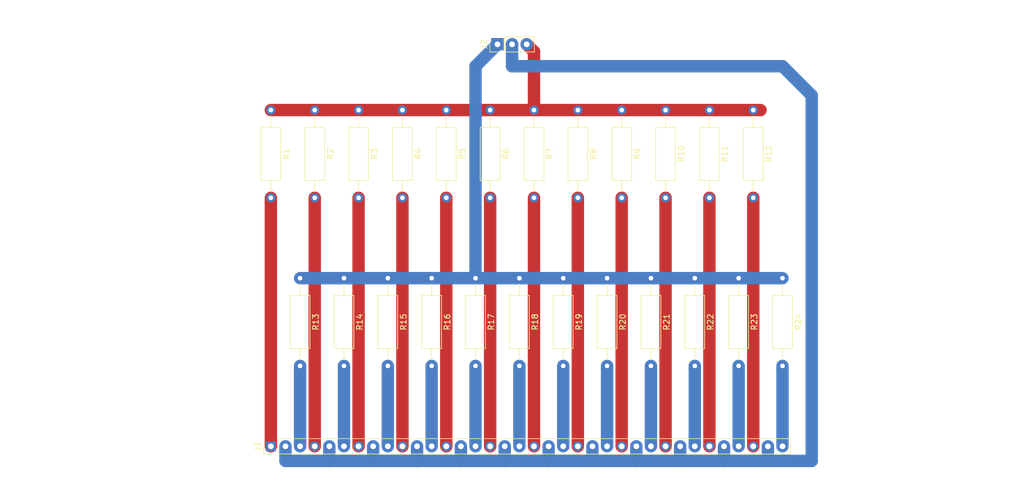
<source format=kicad_pcb>
(kicad_pcb (version 20171130) (host pcbnew "(5.1.9-0-10_14)")

  (general
    (thickness 1.6)
    (drawings 4)
    (tracks 60)
    (zones 0)
    (modules 26)
    (nets 28)
  )

  (page A4)
  (layers
    (0 F.Cu signal)
    (31 B.Cu signal)
    (32 B.Adhes user)
    (33 F.Adhes user)
    (34 B.Paste user)
    (35 F.Paste user)
    (36 B.SilkS user)
    (37 F.SilkS user)
    (38 B.Mask user)
    (39 F.Mask user)
    (40 Dwgs.User user)
    (41 Cmts.User user)
    (42 Eco1.User user)
    (43 Eco2.User user)
    (44 Edge.Cuts user)
    (45 Margin user)
    (46 B.CrtYd user)
    (47 F.CrtYd user)
    (48 B.Fab user)
    (49 F.Fab user)
  )

  (setup
    (last_trace_width 2.159)
    (trace_clearance 0.2)
    (zone_clearance 0.508)
    (zone_45_only no)
    (trace_min 0.2)
    (via_size 0.8)
    (via_drill 0.4)
    (via_min_size 0.4)
    (via_min_drill 0.3)
    (uvia_size 0.3)
    (uvia_drill 0.1)
    (uvias_allowed no)
    (uvia_min_size 0.2)
    (uvia_min_drill 0.1)
    (edge_width 0.05)
    (segment_width 0.2)
    (pcb_text_width 0.3)
    (pcb_text_size 1.5 1.5)
    (mod_edge_width 0.12)
    (mod_text_size 1 1)
    (mod_text_width 0.15)
    (pad_size 1.524 1.524)
    (pad_drill 0.762)
    (pad_to_mask_clearance 0)
    (aux_axis_origin 54.61 36.83)
    (visible_elements FFFFFF7F)
    (pcbplotparams
      (layerselection 0x010fc_ffffffff)
      (usegerberextensions false)
      (usegerberattributes true)
      (usegerberadvancedattributes true)
      (creategerberjobfile true)
      (excludeedgelayer true)
      (linewidth 0.100000)
      (plotframeref false)
      (viasonmask false)
      (mode 1)
      (useauxorigin false)
      (hpglpennumber 1)
      (hpglpenspeed 20)
      (hpglpendiameter 15.000000)
      (psnegative false)
      (psa4output false)
      (plotreference true)
      (plotvalue true)
      (plotinvisibletext false)
      (padsonsilk false)
      (subtractmaskfromsilk false)
      (outputformat 1)
      (mirror false)
      (drillshape 1)
      (scaleselection 1)
      (outputdirectory ""))
  )

  (net 0 "")
  (net 1 "Net-(J1-Pad1)")
  (net 2 GND)
  (net 3 "Net-(J1-Pad3)")
  (net 4 "Net-(J1-Pad4)")
  (net 5 "Net-(J1-Pad6)")
  (net 6 "Net-(J1-Pad7)")
  (net 7 "Net-(J1-Pad9)")
  (net 8 "Net-(J1-Pad10)")
  (net 9 "Net-(J1-Pad12)")
  (net 10 "Net-(J1-Pad13)")
  (net 11 "Net-(J1-Pad15)")
  (net 12 "Net-(J1-Pad16)")
  (net 13 "Net-(J1-Pad18)")
  (net 14 "Net-(J1-Pad19)")
  (net 15 "Net-(J1-Pad21)")
  (net 16 "Net-(J1-Pad22)")
  (net 17 "Net-(J1-Pad24)")
  (net 18 "Net-(J1-Pad25)")
  (net 19 "Net-(J1-Pad27)")
  (net 20 "Net-(J1-Pad28)")
  (net 21 "Net-(J1-Pad30)")
  (net 22 "Net-(J1-Pad31)")
  (net 23 "Net-(J1-Pad33)")
  (net 24 "Net-(J1-Pad34)")
  (net 25 "Net-(J1-Pad36)")
  (net 26 "Net-(J2-Pad1)")
  (net 27 "Net-(J2-Pad3)")

  (net_class Default "This is the default net class."
    (clearance 0.2)
    (trace_width 2.159)
    (via_dia 0.8)
    (via_drill 0.4)
    (uvia_dia 0.3)
    (uvia_drill 0.1)
    (add_net GND)
    (add_net "Net-(J1-Pad1)")
    (add_net "Net-(J1-Pad10)")
    (add_net "Net-(J1-Pad12)")
    (add_net "Net-(J1-Pad13)")
    (add_net "Net-(J1-Pad15)")
    (add_net "Net-(J1-Pad16)")
    (add_net "Net-(J1-Pad18)")
    (add_net "Net-(J1-Pad19)")
    (add_net "Net-(J1-Pad21)")
    (add_net "Net-(J1-Pad22)")
    (add_net "Net-(J1-Pad24)")
    (add_net "Net-(J1-Pad25)")
    (add_net "Net-(J1-Pad27)")
    (add_net "Net-(J1-Pad28)")
    (add_net "Net-(J1-Pad3)")
    (add_net "Net-(J1-Pad30)")
    (add_net "Net-(J1-Pad31)")
    (add_net "Net-(J1-Pad33)")
    (add_net "Net-(J1-Pad34)")
    (add_net "Net-(J1-Pad36)")
    (add_net "Net-(J1-Pad4)")
    (add_net "Net-(J1-Pad6)")
    (add_net "Net-(J1-Pad7)")
    (add_net "Net-(J1-Pad9)")
    (add_net "Net-(J2-Pad1)")
    (add_net "Net-(J2-Pad3)")
  )

  (module Connector_PinHeader_2.54mm:PinHeader_1x36_P2.54mm_Vertical (layer F.Cu) (tedit 59FED5CC) (tstamp 60727129)
    (at 101.6 114.3 90)
    (descr "Through hole straight pin header, 1x36, 2.54mm pitch, single row")
    (tags "Through hole pin header THT 1x36 2.54mm single row")
    (path /6075A592)
    (fp_text reference J1 (at 0 -2.33 90) (layer F.SilkS)
      (effects (font (size 1 1) (thickness 0.15)))
    )
    (fp_text value Conn_01x36_Male (at 0 91.23 90) (layer F.Fab)
      (effects (font (size 1 1) (thickness 0.15)))
    )
    (fp_line (start 1.8 -1.8) (end -1.8 -1.8) (layer F.CrtYd) (width 0.05))
    (fp_line (start 1.8 90.7) (end 1.8 -1.8) (layer F.CrtYd) (width 0.05))
    (fp_line (start -1.8 90.7) (end 1.8 90.7) (layer F.CrtYd) (width 0.05))
    (fp_line (start -1.8 -1.8) (end -1.8 90.7) (layer F.CrtYd) (width 0.05))
    (fp_line (start -1.33 -1.33) (end 0 -1.33) (layer F.SilkS) (width 0.12))
    (fp_line (start -1.33 0) (end -1.33 -1.33) (layer F.SilkS) (width 0.12))
    (fp_line (start -1.33 1.27) (end 1.33 1.27) (layer F.SilkS) (width 0.12))
    (fp_line (start 1.33 1.27) (end 1.33 90.23) (layer F.SilkS) (width 0.12))
    (fp_line (start -1.33 1.27) (end -1.33 90.23) (layer F.SilkS) (width 0.12))
    (fp_line (start -1.33 90.23) (end 1.33 90.23) (layer F.SilkS) (width 0.12))
    (fp_line (start -1.27 -0.635) (end -0.635 -1.27) (layer F.Fab) (width 0.1))
    (fp_line (start -1.27 90.17) (end -1.27 -0.635) (layer F.Fab) (width 0.1))
    (fp_line (start 1.27 90.17) (end -1.27 90.17) (layer F.Fab) (width 0.1))
    (fp_line (start 1.27 -1.27) (end 1.27 90.17) (layer F.Fab) (width 0.1))
    (fp_line (start -0.635 -1.27) (end 1.27 -1.27) (layer F.Fab) (width 0.1))
    (fp_text user %R (at 0 44.45) (layer F.Fab)
      (effects (font (size 1 1) (thickness 0.15)))
    )
    (pad 1 thru_hole rect (at 0 0 90) (size 1.7 1.7) (drill 1) (layers *.Cu *.Mask)
      (net 1 "Net-(J1-Pad1)"))
    (pad 2 thru_hole oval (at 0 2.54 90) (size 1.7 1.7) (drill 1) (layers *.Cu *.Mask)
      (net 2 GND))
    (pad 3 thru_hole oval (at 0 5.08 90) (size 1.7 1.7) (drill 1) (layers *.Cu *.Mask)
      (net 3 "Net-(J1-Pad3)"))
    (pad 4 thru_hole oval (at 0 7.62 90) (size 1.7 1.7) (drill 1) (layers *.Cu *.Mask)
      (net 4 "Net-(J1-Pad4)"))
    (pad 5 thru_hole oval (at 0 10.16 90) (size 1.7 1.7) (drill 1) (layers *.Cu *.Mask)
      (net 2 GND))
    (pad 6 thru_hole oval (at 0 12.7 90) (size 1.7 1.7) (drill 1) (layers *.Cu *.Mask)
      (net 5 "Net-(J1-Pad6)"))
    (pad 7 thru_hole oval (at 0 15.24 90) (size 1.7 1.7) (drill 1) (layers *.Cu *.Mask)
      (net 6 "Net-(J1-Pad7)"))
    (pad 8 thru_hole oval (at 0 17.78 90) (size 1.7 1.7) (drill 1) (layers *.Cu *.Mask)
      (net 2 GND))
    (pad 9 thru_hole oval (at 0 20.32 90) (size 1.7 1.7) (drill 1) (layers *.Cu *.Mask)
      (net 7 "Net-(J1-Pad9)"))
    (pad 10 thru_hole oval (at 0 22.86 90) (size 1.7 1.7) (drill 1) (layers *.Cu *.Mask)
      (net 8 "Net-(J1-Pad10)"))
    (pad 11 thru_hole oval (at 0 25.4 90) (size 1.7 1.7) (drill 1) (layers *.Cu *.Mask)
      (net 2 GND))
    (pad 12 thru_hole oval (at 0 27.94 90) (size 1.7 1.7) (drill 1) (layers *.Cu *.Mask)
      (net 9 "Net-(J1-Pad12)"))
    (pad 13 thru_hole oval (at 0 30.48 90) (size 1.7 1.7) (drill 1) (layers *.Cu *.Mask)
      (net 10 "Net-(J1-Pad13)"))
    (pad 14 thru_hole oval (at 0 33.02 90) (size 1.7 1.7) (drill 1) (layers *.Cu *.Mask)
      (net 2 GND))
    (pad 15 thru_hole oval (at 0 35.56 90) (size 1.7 1.7) (drill 1) (layers *.Cu *.Mask)
      (net 11 "Net-(J1-Pad15)"))
    (pad 16 thru_hole oval (at 0 38.1 90) (size 1.7 1.7) (drill 1) (layers *.Cu *.Mask)
      (net 12 "Net-(J1-Pad16)"))
    (pad 17 thru_hole oval (at 0 40.64 90) (size 1.7 1.7) (drill 1) (layers *.Cu *.Mask)
      (net 2 GND))
    (pad 18 thru_hole oval (at 0 43.18 90) (size 1.7 1.7) (drill 1) (layers *.Cu *.Mask)
      (net 13 "Net-(J1-Pad18)"))
    (pad 19 thru_hole oval (at 0 45.72 90) (size 1.7 1.7) (drill 1) (layers *.Cu *.Mask)
      (net 14 "Net-(J1-Pad19)"))
    (pad 20 thru_hole oval (at 0 48.26 90) (size 1.7 1.7) (drill 1) (layers *.Cu *.Mask)
      (net 2 GND))
    (pad 21 thru_hole oval (at 0 50.8 90) (size 1.7 1.7) (drill 1) (layers *.Cu *.Mask)
      (net 15 "Net-(J1-Pad21)"))
    (pad 22 thru_hole oval (at 0 53.34 90) (size 1.7 1.7) (drill 1) (layers *.Cu *.Mask)
      (net 16 "Net-(J1-Pad22)"))
    (pad 23 thru_hole oval (at 0 55.88 90) (size 1.7 1.7) (drill 1) (layers *.Cu *.Mask)
      (net 2 GND))
    (pad 24 thru_hole oval (at 0 58.42 90) (size 1.7 1.7) (drill 1) (layers *.Cu *.Mask)
      (net 17 "Net-(J1-Pad24)"))
    (pad 25 thru_hole oval (at 0 60.96 90) (size 1.7 1.7) (drill 1) (layers *.Cu *.Mask)
      (net 18 "Net-(J1-Pad25)"))
    (pad 26 thru_hole oval (at 0 63.5 90) (size 1.7 1.7) (drill 1) (layers *.Cu *.Mask)
      (net 2 GND))
    (pad 27 thru_hole oval (at 0 66.04 90) (size 1.7 1.7) (drill 1) (layers *.Cu *.Mask)
      (net 19 "Net-(J1-Pad27)"))
    (pad 28 thru_hole oval (at 0 68.58 90) (size 1.7 1.7) (drill 1) (layers *.Cu *.Mask)
      (net 20 "Net-(J1-Pad28)"))
    (pad 29 thru_hole oval (at 0 71.12 90) (size 1.7 1.7) (drill 1) (layers *.Cu *.Mask)
      (net 2 GND))
    (pad 30 thru_hole oval (at 0 73.66 90) (size 1.7 1.7) (drill 1) (layers *.Cu *.Mask)
      (net 21 "Net-(J1-Pad30)"))
    (pad 31 thru_hole oval (at 0 76.2 90) (size 1.7 1.7) (drill 1) (layers *.Cu *.Mask)
      (net 22 "Net-(J1-Pad31)"))
    (pad 32 thru_hole oval (at 0 78.74 90) (size 1.7 1.7) (drill 1) (layers *.Cu *.Mask)
      (net 2 GND))
    (pad 33 thru_hole oval (at 0 81.28 90) (size 1.7 1.7) (drill 1) (layers *.Cu *.Mask)
      (net 23 "Net-(J1-Pad33)"))
    (pad 34 thru_hole oval (at 0 83.82 90) (size 1.7 1.7) (drill 1) (layers *.Cu *.Mask)
      (net 24 "Net-(J1-Pad34)"))
    (pad 35 thru_hole oval (at 0 86.36 90) (size 1.7 1.7) (drill 1) (layers *.Cu *.Mask)
      (net 2 GND))
    (pad 36 thru_hole oval (at 0 88.9 90) (size 1.7 1.7) (drill 1) (layers *.Cu *.Mask)
      (net 25 "Net-(J1-Pad36)"))
    (model ${KISYS3DMOD}/Connector_PinHeader_2.54mm.3dshapes/PinHeader_1x36_P2.54mm_Vertical.wrl
      (at (xyz 0 0 0))
      (scale (xyz 1 1 1))
      (rotate (xyz 0 0 0))
    )
  )

  (module Connector_PinHeader_2.54mm:PinHeader_1x03_P2.54mm_Vertical (layer F.Cu) (tedit 60721F70) (tstamp 60727140)
    (at 140.97 44.45 90)
    (descr "Through hole straight pin header, 1x03, 2.54mm pitch, single row")
    (tags "Through hole pin header THT 1x03 2.54mm single row")
    (path /607908CC)
    (fp_text reference J2 (at 0 -2.33 90) (layer F.SilkS)
      (effects (font (size 1 1) (thickness 0.15)))
    )
    (fp_text value Conn_01x03_Male (at 0 7.41 90) (layer F.Fab)
      (effects (font (size 1 1) (thickness 0.15)))
    )
    (fp_line (start 1.8 -1.8) (end -1.8 -1.8) (layer F.CrtYd) (width 0.05))
    (fp_line (start 1.8 6.85) (end 1.8 -1.8) (layer F.CrtYd) (width 0.05))
    (fp_line (start -1.8 6.85) (end 1.8 6.85) (layer F.CrtYd) (width 0.05))
    (fp_line (start -1.8 -1.8) (end -1.8 6.85) (layer F.CrtYd) (width 0.05))
    (fp_line (start -1.33 -1.33) (end 0 -1.33) (layer F.SilkS) (width 0.12))
    (fp_line (start -1.33 0) (end -1.33 -1.33) (layer F.SilkS) (width 0.12))
    (fp_line (start -1.33 1.27) (end 1.33 1.27) (layer F.SilkS) (width 0.12))
    (fp_line (start 1.33 1.27) (end 1.33 6.41) (layer F.SilkS) (width 0.12))
    (fp_line (start -1.33 1.27) (end -1.33 6.41) (layer F.SilkS) (width 0.12))
    (fp_line (start -1.33 6.41) (end 1.33 6.41) (layer F.SilkS) (width 0.12))
    (fp_line (start -1.27 -0.635) (end -0.635 -1.27) (layer F.Fab) (width 0.1))
    (fp_line (start -1.27 6.35) (end -1.27 -0.635) (layer F.Fab) (width 0.1))
    (fp_line (start 1.27 6.35) (end -1.27 6.35) (layer F.Fab) (width 0.1))
    (fp_line (start 1.27 -1.27) (end 1.27 6.35) (layer F.Fab) (width 0.1))
    (fp_line (start -0.635 -1.27) (end 1.27 -1.27) (layer F.Fab) (width 0.1))
    (fp_text user %R (at 0 2.54) (layer F.Fab)
      (effects (font (size 1 1) (thickness 0.15)))
    )
    (pad 1 thru_hole rect (at 0 0 90) (size 2.159 2.159) (drill 1) (layers *.Cu *.Mask)
      (net 26 "Net-(J2-Pad1)"))
    (pad 2 thru_hole oval (at 0 2.54 90) (size 2.159 2.159) (drill 1) (layers *.Cu *.Mask)
      (net 2 GND))
    (pad 3 thru_hole oval (at 0 5.08 90) (size 2.159 2.159) (drill 1) (layers *.Cu *.Mask)
      (net 27 "Net-(J2-Pad3)"))
    (model ${KISYS3DMOD}/Connector_PinHeader_2.54mm.3dshapes/PinHeader_1x03_P2.54mm_Vertical.wrl
      (at (xyz 0 0 0))
      (scale (xyz 1 1 1))
      (rotate (xyz 0 0 0))
    )
  )

  (module Resistor_THT:R_Axial_DIN0309_L9.0mm_D3.2mm_P15.24mm_Horizontal (layer F.Cu) (tedit 5AE5139B) (tstamp 60727157)
    (at 101.6 55.88 270)
    (descr "Resistor, Axial_DIN0309 series, Axial, Horizontal, pin pitch=15.24mm, 0.5W = 1/2W, length*diameter=9*3.2mm^2, http://cdn-reichelt.de/documents/datenblatt/B400/1_4W%23YAG.pdf")
    (tags "Resistor Axial_DIN0309 series Axial Horizontal pin pitch 15.24mm 0.5W = 1/2W length 9mm diameter 3.2mm")
    (path /6076478C)
    (fp_text reference R1 (at 7.62 -2.72 90) (layer F.SilkS)
      (effects (font (size 1 1) (thickness 0.15)))
    )
    (fp_text value 22K (at 7.62 2.72 90) (layer F.Fab)
      (effects (font (size 1 1) (thickness 0.15)))
    )
    (fp_line (start 16.29 -1.85) (end -1.05 -1.85) (layer F.CrtYd) (width 0.05))
    (fp_line (start 16.29 1.85) (end 16.29 -1.85) (layer F.CrtYd) (width 0.05))
    (fp_line (start -1.05 1.85) (end 16.29 1.85) (layer F.CrtYd) (width 0.05))
    (fp_line (start -1.05 -1.85) (end -1.05 1.85) (layer F.CrtYd) (width 0.05))
    (fp_line (start 14.2 0) (end 12.24 0) (layer F.SilkS) (width 0.12))
    (fp_line (start 1.04 0) (end 3 0) (layer F.SilkS) (width 0.12))
    (fp_line (start 12.24 -1.72) (end 3 -1.72) (layer F.SilkS) (width 0.12))
    (fp_line (start 12.24 1.72) (end 12.24 -1.72) (layer F.SilkS) (width 0.12))
    (fp_line (start 3 1.72) (end 12.24 1.72) (layer F.SilkS) (width 0.12))
    (fp_line (start 3 -1.72) (end 3 1.72) (layer F.SilkS) (width 0.12))
    (fp_line (start 15.24 0) (end 12.12 0) (layer F.Fab) (width 0.1))
    (fp_line (start 0 0) (end 3.12 0) (layer F.Fab) (width 0.1))
    (fp_line (start 12.12 -1.6) (end 3.12 -1.6) (layer F.Fab) (width 0.1))
    (fp_line (start 12.12 1.6) (end 12.12 -1.6) (layer F.Fab) (width 0.1))
    (fp_line (start 3.12 1.6) (end 12.12 1.6) (layer F.Fab) (width 0.1))
    (fp_line (start 3.12 -1.6) (end 3.12 1.6) (layer F.Fab) (width 0.1))
    (fp_text user %R (at 7.62 0 90) (layer F.Fab)
      (effects (font (size 1 1) (thickness 0.15)))
    )
    (pad 1 thru_hole circle (at 0 0 270) (size 1.6 1.6) (drill 0.8) (layers *.Cu *.Mask)
      (net 27 "Net-(J2-Pad3)"))
    (pad 2 thru_hole oval (at 15.24 0 270) (size 1.6 1.6) (drill 0.8) (layers *.Cu *.Mask)
      (net 1 "Net-(J1-Pad1)"))
    (model ${KISYS3DMOD}/Resistor_THT.3dshapes/R_Axial_DIN0309_L9.0mm_D3.2mm_P15.24mm_Horizontal.wrl
      (at (xyz 0 0 0))
      (scale (xyz 1 1 1))
      (rotate (xyz 0 0 0))
    )
  )

  (module Resistor_THT:R_Axial_DIN0309_L9.0mm_D3.2mm_P15.24mm_Horizontal (layer F.Cu) (tedit 5AE5139B) (tstamp 6072716E)
    (at 109.22 55.88 270)
    (descr "Resistor, Axial_DIN0309 series, Axial, Horizontal, pin pitch=15.24mm, 0.5W = 1/2W, length*diameter=9*3.2mm^2, http://cdn-reichelt.de/documents/datenblatt/B400/1_4W%23YAG.pdf")
    (tags "Resistor Axial_DIN0309 series Axial Horizontal pin pitch 15.24mm 0.5W = 1/2W length 9mm diameter 3.2mm")
    (path /607666DC)
    (fp_text reference R2 (at 7.62 -2.72 90) (layer F.SilkS)
      (effects (font (size 1 1) (thickness 0.15)))
    )
    (fp_text value 22K (at 7.62 2.72 90) (layer F.Fab)
      (effects (font (size 1 1) (thickness 0.15)))
    )
    (fp_text user %R (at 7.62 0 90) (layer F.Fab)
      (effects (font (size 1 1) (thickness 0.15)))
    )
    (fp_line (start 3.12 -1.6) (end 3.12 1.6) (layer F.Fab) (width 0.1))
    (fp_line (start 3.12 1.6) (end 12.12 1.6) (layer F.Fab) (width 0.1))
    (fp_line (start 12.12 1.6) (end 12.12 -1.6) (layer F.Fab) (width 0.1))
    (fp_line (start 12.12 -1.6) (end 3.12 -1.6) (layer F.Fab) (width 0.1))
    (fp_line (start 0 0) (end 3.12 0) (layer F.Fab) (width 0.1))
    (fp_line (start 15.24 0) (end 12.12 0) (layer F.Fab) (width 0.1))
    (fp_line (start 3 -1.72) (end 3 1.72) (layer F.SilkS) (width 0.12))
    (fp_line (start 3 1.72) (end 12.24 1.72) (layer F.SilkS) (width 0.12))
    (fp_line (start 12.24 1.72) (end 12.24 -1.72) (layer F.SilkS) (width 0.12))
    (fp_line (start 12.24 -1.72) (end 3 -1.72) (layer F.SilkS) (width 0.12))
    (fp_line (start 1.04 0) (end 3 0) (layer F.SilkS) (width 0.12))
    (fp_line (start 14.2 0) (end 12.24 0) (layer F.SilkS) (width 0.12))
    (fp_line (start -1.05 -1.85) (end -1.05 1.85) (layer F.CrtYd) (width 0.05))
    (fp_line (start -1.05 1.85) (end 16.29 1.85) (layer F.CrtYd) (width 0.05))
    (fp_line (start 16.29 1.85) (end 16.29 -1.85) (layer F.CrtYd) (width 0.05))
    (fp_line (start 16.29 -1.85) (end -1.05 -1.85) (layer F.CrtYd) (width 0.05))
    (pad 2 thru_hole oval (at 15.24 0 270) (size 1.6 1.6) (drill 0.8) (layers *.Cu *.Mask)
      (net 4 "Net-(J1-Pad4)"))
    (pad 1 thru_hole circle (at 0 0 270) (size 1.6 1.6) (drill 0.8) (layers *.Cu *.Mask)
      (net 27 "Net-(J2-Pad3)"))
    (model ${KISYS3DMOD}/Resistor_THT.3dshapes/R_Axial_DIN0309_L9.0mm_D3.2mm_P15.24mm_Horizontal.wrl
      (at (xyz 0 0 0))
      (scale (xyz 1 1 1))
      (rotate (xyz 0 0 0))
    )
  )

  (module Resistor_THT:R_Axial_DIN0309_L9.0mm_D3.2mm_P15.24mm_Horizontal (layer F.Cu) (tedit 5AE5139B) (tstamp 60727185)
    (at 116.84 55.88 270)
    (descr "Resistor, Axial_DIN0309 series, Axial, Horizontal, pin pitch=15.24mm, 0.5W = 1/2W, length*diameter=9*3.2mm^2, http://cdn-reichelt.de/documents/datenblatt/B400/1_4W%23YAG.pdf")
    (tags "Resistor Axial_DIN0309 series Axial Horizontal pin pitch 15.24mm 0.5W = 1/2W length 9mm diameter 3.2mm")
    (path /6076901A)
    (fp_text reference R3 (at 7.62 -2.72 90) (layer F.SilkS)
      (effects (font (size 1 1) (thickness 0.15)))
    )
    (fp_text value 22K (at 7.62 2.72 90) (layer F.Fab)
      (effects (font (size 1 1) (thickness 0.15)))
    )
    (fp_line (start 16.29 -1.85) (end -1.05 -1.85) (layer F.CrtYd) (width 0.05))
    (fp_line (start 16.29 1.85) (end 16.29 -1.85) (layer F.CrtYd) (width 0.05))
    (fp_line (start -1.05 1.85) (end 16.29 1.85) (layer F.CrtYd) (width 0.05))
    (fp_line (start -1.05 -1.85) (end -1.05 1.85) (layer F.CrtYd) (width 0.05))
    (fp_line (start 14.2 0) (end 12.24 0) (layer F.SilkS) (width 0.12))
    (fp_line (start 1.04 0) (end 3 0) (layer F.SilkS) (width 0.12))
    (fp_line (start 12.24 -1.72) (end 3 -1.72) (layer F.SilkS) (width 0.12))
    (fp_line (start 12.24 1.72) (end 12.24 -1.72) (layer F.SilkS) (width 0.12))
    (fp_line (start 3 1.72) (end 12.24 1.72) (layer F.SilkS) (width 0.12))
    (fp_line (start 3 -1.72) (end 3 1.72) (layer F.SilkS) (width 0.12))
    (fp_line (start 15.24 0) (end 12.12 0) (layer F.Fab) (width 0.1))
    (fp_line (start 0 0) (end 3.12 0) (layer F.Fab) (width 0.1))
    (fp_line (start 12.12 -1.6) (end 3.12 -1.6) (layer F.Fab) (width 0.1))
    (fp_line (start 12.12 1.6) (end 12.12 -1.6) (layer F.Fab) (width 0.1))
    (fp_line (start 3.12 1.6) (end 12.12 1.6) (layer F.Fab) (width 0.1))
    (fp_line (start 3.12 -1.6) (end 3.12 1.6) (layer F.Fab) (width 0.1))
    (fp_text user %R (at 7.62 0 90) (layer F.Fab)
      (effects (font (size 1 1) (thickness 0.15)))
    )
    (pad 1 thru_hole circle (at 0 0 270) (size 1.6 1.6) (drill 0.8) (layers *.Cu *.Mask)
      (net 27 "Net-(J2-Pad3)"))
    (pad 2 thru_hole oval (at 15.24 0 270) (size 1.6 1.6) (drill 0.8) (layers *.Cu *.Mask)
      (net 6 "Net-(J1-Pad7)"))
    (model ${KISYS3DMOD}/Resistor_THT.3dshapes/R_Axial_DIN0309_L9.0mm_D3.2mm_P15.24mm_Horizontal.wrl
      (at (xyz 0 0 0))
      (scale (xyz 1 1 1))
      (rotate (xyz 0 0 0))
    )
  )

  (module Resistor_THT:R_Axial_DIN0309_L9.0mm_D3.2mm_P15.24mm_Horizontal (layer F.Cu) (tedit 5AE5139B) (tstamp 6072719C)
    (at 124.46 55.88 270)
    (descr "Resistor, Axial_DIN0309 series, Axial, Horizontal, pin pitch=15.24mm, 0.5W = 1/2W, length*diameter=9*3.2mm^2, http://cdn-reichelt.de/documents/datenblatt/B400/1_4W%23YAG.pdf")
    (tags "Resistor Axial_DIN0309 series Axial Horizontal pin pitch 15.24mm 0.5W = 1/2W length 9mm diameter 3.2mm")
    (path /6076990E)
    (fp_text reference R4 (at 7.62 -2.72 90) (layer F.SilkS)
      (effects (font (size 1 1) (thickness 0.15)))
    )
    (fp_text value 22K (at 7.62 2.72 90) (layer F.Fab)
      (effects (font (size 1 1) (thickness 0.15)))
    )
    (fp_text user %R (at 7.62 0 90) (layer F.Fab)
      (effects (font (size 1 1) (thickness 0.15)))
    )
    (fp_line (start 3.12 -1.6) (end 3.12 1.6) (layer F.Fab) (width 0.1))
    (fp_line (start 3.12 1.6) (end 12.12 1.6) (layer F.Fab) (width 0.1))
    (fp_line (start 12.12 1.6) (end 12.12 -1.6) (layer F.Fab) (width 0.1))
    (fp_line (start 12.12 -1.6) (end 3.12 -1.6) (layer F.Fab) (width 0.1))
    (fp_line (start 0 0) (end 3.12 0) (layer F.Fab) (width 0.1))
    (fp_line (start 15.24 0) (end 12.12 0) (layer F.Fab) (width 0.1))
    (fp_line (start 3 -1.72) (end 3 1.72) (layer F.SilkS) (width 0.12))
    (fp_line (start 3 1.72) (end 12.24 1.72) (layer F.SilkS) (width 0.12))
    (fp_line (start 12.24 1.72) (end 12.24 -1.72) (layer F.SilkS) (width 0.12))
    (fp_line (start 12.24 -1.72) (end 3 -1.72) (layer F.SilkS) (width 0.12))
    (fp_line (start 1.04 0) (end 3 0) (layer F.SilkS) (width 0.12))
    (fp_line (start 14.2 0) (end 12.24 0) (layer F.SilkS) (width 0.12))
    (fp_line (start -1.05 -1.85) (end -1.05 1.85) (layer F.CrtYd) (width 0.05))
    (fp_line (start -1.05 1.85) (end 16.29 1.85) (layer F.CrtYd) (width 0.05))
    (fp_line (start 16.29 1.85) (end 16.29 -1.85) (layer F.CrtYd) (width 0.05))
    (fp_line (start 16.29 -1.85) (end -1.05 -1.85) (layer F.CrtYd) (width 0.05))
    (pad 2 thru_hole oval (at 15.24 0 270) (size 1.6 1.6) (drill 0.8) (layers *.Cu *.Mask)
      (net 8 "Net-(J1-Pad10)"))
    (pad 1 thru_hole circle (at 0 0 270) (size 1.6 1.6) (drill 0.8) (layers *.Cu *.Mask)
      (net 27 "Net-(J2-Pad3)"))
    (model ${KISYS3DMOD}/Resistor_THT.3dshapes/R_Axial_DIN0309_L9.0mm_D3.2mm_P15.24mm_Horizontal.wrl
      (at (xyz 0 0 0))
      (scale (xyz 1 1 1))
      (rotate (xyz 0 0 0))
    )
  )

  (module Resistor_THT:R_Axial_DIN0309_L9.0mm_D3.2mm_P15.24mm_Horizontal (layer F.Cu) (tedit 5AE5139B) (tstamp 607271B3)
    (at 132.08 55.88 270)
    (descr "Resistor, Axial_DIN0309 series, Axial, Horizontal, pin pitch=15.24mm, 0.5W = 1/2W, length*diameter=9*3.2mm^2, http://cdn-reichelt.de/documents/datenblatt/B400/1_4W%23YAG.pdf")
    (tags "Resistor Axial_DIN0309 series Axial Horizontal pin pitch 15.24mm 0.5W = 1/2W length 9mm diameter 3.2mm")
    (path /60769EC1)
    (fp_text reference R5 (at 7.62 -2.72 90) (layer F.SilkS)
      (effects (font (size 1 1) (thickness 0.15)))
    )
    (fp_text value 22K (at 7.62 2.72 90) (layer F.Fab)
      (effects (font (size 1 1) (thickness 0.15)))
    )
    (fp_line (start 16.29 -1.85) (end -1.05 -1.85) (layer F.CrtYd) (width 0.05))
    (fp_line (start 16.29 1.85) (end 16.29 -1.85) (layer F.CrtYd) (width 0.05))
    (fp_line (start -1.05 1.85) (end 16.29 1.85) (layer F.CrtYd) (width 0.05))
    (fp_line (start -1.05 -1.85) (end -1.05 1.85) (layer F.CrtYd) (width 0.05))
    (fp_line (start 14.2 0) (end 12.24 0) (layer F.SilkS) (width 0.12))
    (fp_line (start 1.04 0) (end 3 0) (layer F.SilkS) (width 0.12))
    (fp_line (start 12.24 -1.72) (end 3 -1.72) (layer F.SilkS) (width 0.12))
    (fp_line (start 12.24 1.72) (end 12.24 -1.72) (layer F.SilkS) (width 0.12))
    (fp_line (start 3 1.72) (end 12.24 1.72) (layer F.SilkS) (width 0.12))
    (fp_line (start 3 -1.72) (end 3 1.72) (layer F.SilkS) (width 0.12))
    (fp_line (start 15.24 0) (end 12.12 0) (layer F.Fab) (width 0.1))
    (fp_line (start 0 0) (end 3.12 0) (layer F.Fab) (width 0.1))
    (fp_line (start 12.12 -1.6) (end 3.12 -1.6) (layer F.Fab) (width 0.1))
    (fp_line (start 12.12 1.6) (end 12.12 -1.6) (layer F.Fab) (width 0.1))
    (fp_line (start 3.12 1.6) (end 12.12 1.6) (layer F.Fab) (width 0.1))
    (fp_line (start 3.12 -1.6) (end 3.12 1.6) (layer F.Fab) (width 0.1))
    (fp_text user %R (at 7.62 0 90) (layer F.Fab)
      (effects (font (size 1 1) (thickness 0.15)))
    )
    (pad 1 thru_hole circle (at 0 0 270) (size 1.6 1.6) (drill 0.8) (layers *.Cu *.Mask)
      (net 27 "Net-(J2-Pad3)"))
    (pad 2 thru_hole oval (at 15.24 0 270) (size 1.6 1.6) (drill 0.8) (layers *.Cu *.Mask)
      (net 10 "Net-(J1-Pad13)"))
    (model ${KISYS3DMOD}/Resistor_THT.3dshapes/R_Axial_DIN0309_L9.0mm_D3.2mm_P15.24mm_Horizontal.wrl
      (at (xyz 0 0 0))
      (scale (xyz 1 1 1))
      (rotate (xyz 0 0 0))
    )
  )

  (module Resistor_THT:R_Axial_DIN0309_L9.0mm_D3.2mm_P15.24mm_Horizontal (layer F.Cu) (tedit 5AE5139B) (tstamp 607271CA)
    (at 139.7 55.88 270)
    (descr "Resistor, Axial_DIN0309 series, Axial, Horizontal, pin pitch=15.24mm, 0.5W = 1/2W, length*diameter=9*3.2mm^2, http://cdn-reichelt.de/documents/datenblatt/B400/1_4W%23YAG.pdf")
    (tags "Resistor Axial_DIN0309 series Axial Horizontal pin pitch 15.24mm 0.5W = 1/2W length 9mm diameter 3.2mm")
    (path /6076A346)
    (fp_text reference R6 (at 7.62 -2.72 90) (layer F.SilkS)
      (effects (font (size 1 1) (thickness 0.15)))
    )
    (fp_text value 22K (at 7.62 2.72 90) (layer F.Fab)
      (effects (font (size 1 1) (thickness 0.15)))
    )
    (fp_text user %R (at 7.62 0 90) (layer F.Fab)
      (effects (font (size 1 1) (thickness 0.15)))
    )
    (fp_line (start 3.12 -1.6) (end 3.12 1.6) (layer F.Fab) (width 0.1))
    (fp_line (start 3.12 1.6) (end 12.12 1.6) (layer F.Fab) (width 0.1))
    (fp_line (start 12.12 1.6) (end 12.12 -1.6) (layer F.Fab) (width 0.1))
    (fp_line (start 12.12 -1.6) (end 3.12 -1.6) (layer F.Fab) (width 0.1))
    (fp_line (start 0 0) (end 3.12 0) (layer F.Fab) (width 0.1))
    (fp_line (start 15.24 0) (end 12.12 0) (layer F.Fab) (width 0.1))
    (fp_line (start 3 -1.72) (end 3 1.72) (layer F.SilkS) (width 0.12))
    (fp_line (start 3 1.72) (end 12.24 1.72) (layer F.SilkS) (width 0.12))
    (fp_line (start 12.24 1.72) (end 12.24 -1.72) (layer F.SilkS) (width 0.12))
    (fp_line (start 12.24 -1.72) (end 3 -1.72) (layer F.SilkS) (width 0.12))
    (fp_line (start 1.04 0) (end 3 0) (layer F.SilkS) (width 0.12))
    (fp_line (start 14.2 0) (end 12.24 0) (layer F.SilkS) (width 0.12))
    (fp_line (start -1.05 -1.85) (end -1.05 1.85) (layer F.CrtYd) (width 0.05))
    (fp_line (start -1.05 1.85) (end 16.29 1.85) (layer F.CrtYd) (width 0.05))
    (fp_line (start 16.29 1.85) (end 16.29 -1.85) (layer F.CrtYd) (width 0.05))
    (fp_line (start 16.29 -1.85) (end -1.05 -1.85) (layer F.CrtYd) (width 0.05))
    (pad 2 thru_hole oval (at 15.24 0 270) (size 1.6 1.6) (drill 0.8) (layers *.Cu *.Mask)
      (net 12 "Net-(J1-Pad16)"))
    (pad 1 thru_hole circle (at 0 0 270) (size 1.6 1.6) (drill 0.8) (layers *.Cu *.Mask)
      (net 27 "Net-(J2-Pad3)"))
    (model ${KISYS3DMOD}/Resistor_THT.3dshapes/R_Axial_DIN0309_L9.0mm_D3.2mm_P15.24mm_Horizontal.wrl
      (at (xyz 0 0 0))
      (scale (xyz 1 1 1))
      (rotate (xyz 0 0 0))
    )
  )

  (module Resistor_THT:R_Axial_DIN0309_L9.0mm_D3.2mm_P15.24mm_Horizontal (layer F.Cu) (tedit 5AE5139B) (tstamp 607271E1)
    (at 147.32 55.88 270)
    (descr "Resistor, Axial_DIN0309 series, Axial, Horizontal, pin pitch=15.24mm, 0.5W = 1/2W, length*diameter=9*3.2mm^2, http://cdn-reichelt.de/documents/datenblatt/B400/1_4W%23YAG.pdf")
    (tags "Resistor Axial_DIN0309 series Axial Horizontal pin pitch 15.24mm 0.5W = 1/2W length 9mm diameter 3.2mm")
    (path /6076A7E0)
    (fp_text reference R7 (at 7.62 -2.72 90) (layer F.SilkS)
      (effects (font (size 1 1) (thickness 0.15)))
    )
    (fp_text value 22K (at 7.62 2.72 90) (layer F.Fab)
      (effects (font (size 1 1) (thickness 0.15)))
    )
    (fp_line (start 16.29 -1.85) (end -1.05 -1.85) (layer F.CrtYd) (width 0.05))
    (fp_line (start 16.29 1.85) (end 16.29 -1.85) (layer F.CrtYd) (width 0.05))
    (fp_line (start -1.05 1.85) (end 16.29 1.85) (layer F.CrtYd) (width 0.05))
    (fp_line (start -1.05 -1.85) (end -1.05 1.85) (layer F.CrtYd) (width 0.05))
    (fp_line (start 14.2 0) (end 12.24 0) (layer F.SilkS) (width 0.12))
    (fp_line (start 1.04 0) (end 3 0) (layer F.SilkS) (width 0.12))
    (fp_line (start 12.24 -1.72) (end 3 -1.72) (layer F.SilkS) (width 0.12))
    (fp_line (start 12.24 1.72) (end 12.24 -1.72) (layer F.SilkS) (width 0.12))
    (fp_line (start 3 1.72) (end 12.24 1.72) (layer F.SilkS) (width 0.12))
    (fp_line (start 3 -1.72) (end 3 1.72) (layer F.SilkS) (width 0.12))
    (fp_line (start 15.24 0) (end 12.12 0) (layer F.Fab) (width 0.1))
    (fp_line (start 0 0) (end 3.12 0) (layer F.Fab) (width 0.1))
    (fp_line (start 12.12 -1.6) (end 3.12 -1.6) (layer F.Fab) (width 0.1))
    (fp_line (start 12.12 1.6) (end 12.12 -1.6) (layer F.Fab) (width 0.1))
    (fp_line (start 3.12 1.6) (end 12.12 1.6) (layer F.Fab) (width 0.1))
    (fp_line (start 3.12 -1.6) (end 3.12 1.6) (layer F.Fab) (width 0.1))
    (fp_text user %R (at 7.62 0 90) (layer F.Fab)
      (effects (font (size 1 1) (thickness 0.15)))
    )
    (pad 1 thru_hole circle (at 0 0 270) (size 1.6 1.6) (drill 0.8) (layers *.Cu *.Mask)
      (net 27 "Net-(J2-Pad3)"))
    (pad 2 thru_hole oval (at 15.24 0 270) (size 1.6 1.6) (drill 0.8) (layers *.Cu *.Mask)
      (net 14 "Net-(J1-Pad19)"))
    (model ${KISYS3DMOD}/Resistor_THT.3dshapes/R_Axial_DIN0309_L9.0mm_D3.2mm_P15.24mm_Horizontal.wrl
      (at (xyz 0 0 0))
      (scale (xyz 1 1 1))
      (rotate (xyz 0 0 0))
    )
  )

  (module Resistor_THT:R_Axial_DIN0309_L9.0mm_D3.2mm_P15.24mm_Horizontal (layer F.Cu) (tedit 5AE5139B) (tstamp 607271F8)
    (at 154.94 55.88 270)
    (descr "Resistor, Axial_DIN0309 series, Axial, Horizontal, pin pitch=15.24mm, 0.5W = 1/2W, length*diameter=9*3.2mm^2, http://cdn-reichelt.de/documents/datenblatt/B400/1_4W%23YAG.pdf")
    (tags "Resistor Axial_DIN0309 series Axial Horizontal pin pitch 15.24mm 0.5W = 1/2W length 9mm diameter 3.2mm")
    (path /6076AF6D)
    (fp_text reference R8 (at 7.62 -2.72 90) (layer F.SilkS)
      (effects (font (size 1 1) (thickness 0.15)))
    )
    (fp_text value 22K (at 7.62 2.72 90) (layer F.Fab)
      (effects (font (size 1 1) (thickness 0.15)))
    )
    (fp_text user %R (at 7.62 0 90) (layer F.Fab)
      (effects (font (size 1 1) (thickness 0.15)))
    )
    (fp_line (start 3.12 -1.6) (end 3.12 1.6) (layer F.Fab) (width 0.1))
    (fp_line (start 3.12 1.6) (end 12.12 1.6) (layer F.Fab) (width 0.1))
    (fp_line (start 12.12 1.6) (end 12.12 -1.6) (layer F.Fab) (width 0.1))
    (fp_line (start 12.12 -1.6) (end 3.12 -1.6) (layer F.Fab) (width 0.1))
    (fp_line (start 0 0) (end 3.12 0) (layer F.Fab) (width 0.1))
    (fp_line (start 15.24 0) (end 12.12 0) (layer F.Fab) (width 0.1))
    (fp_line (start 3 -1.72) (end 3 1.72) (layer F.SilkS) (width 0.12))
    (fp_line (start 3 1.72) (end 12.24 1.72) (layer F.SilkS) (width 0.12))
    (fp_line (start 12.24 1.72) (end 12.24 -1.72) (layer F.SilkS) (width 0.12))
    (fp_line (start 12.24 -1.72) (end 3 -1.72) (layer F.SilkS) (width 0.12))
    (fp_line (start 1.04 0) (end 3 0) (layer F.SilkS) (width 0.12))
    (fp_line (start 14.2 0) (end 12.24 0) (layer F.SilkS) (width 0.12))
    (fp_line (start -1.05 -1.85) (end -1.05 1.85) (layer F.CrtYd) (width 0.05))
    (fp_line (start -1.05 1.85) (end 16.29 1.85) (layer F.CrtYd) (width 0.05))
    (fp_line (start 16.29 1.85) (end 16.29 -1.85) (layer F.CrtYd) (width 0.05))
    (fp_line (start 16.29 -1.85) (end -1.05 -1.85) (layer F.CrtYd) (width 0.05))
    (pad 2 thru_hole oval (at 15.24 0 270) (size 1.6 1.6) (drill 0.8) (layers *.Cu *.Mask)
      (net 16 "Net-(J1-Pad22)"))
    (pad 1 thru_hole circle (at 0 0 270) (size 1.6 1.6) (drill 0.8) (layers *.Cu *.Mask)
      (net 27 "Net-(J2-Pad3)"))
    (model ${KISYS3DMOD}/Resistor_THT.3dshapes/R_Axial_DIN0309_L9.0mm_D3.2mm_P15.24mm_Horizontal.wrl
      (at (xyz 0 0 0))
      (scale (xyz 1 1 1))
      (rotate (xyz 0 0 0))
    )
  )

  (module Resistor_THT:R_Axial_DIN0309_L9.0mm_D3.2mm_P15.24mm_Horizontal (layer F.Cu) (tedit 5AE5139B) (tstamp 6072720F)
    (at 162.56 55.88 270)
    (descr "Resistor, Axial_DIN0309 series, Axial, Horizontal, pin pitch=15.24mm, 0.5W = 1/2W, length*diameter=9*3.2mm^2, http://cdn-reichelt.de/documents/datenblatt/B400/1_4W%23YAG.pdf")
    (tags "Resistor Axial_DIN0309 series Axial Horizontal pin pitch 15.24mm 0.5W = 1/2W length 9mm diameter 3.2mm")
    (path /6076B341)
    (fp_text reference R9 (at 7.62 -2.72 90) (layer F.SilkS)
      (effects (font (size 1 1) (thickness 0.15)))
    )
    (fp_text value 22K (at 7.62 2.72 90) (layer F.Fab)
      (effects (font (size 1 1) (thickness 0.15)))
    )
    (fp_line (start 16.29 -1.85) (end -1.05 -1.85) (layer F.CrtYd) (width 0.05))
    (fp_line (start 16.29 1.85) (end 16.29 -1.85) (layer F.CrtYd) (width 0.05))
    (fp_line (start -1.05 1.85) (end 16.29 1.85) (layer F.CrtYd) (width 0.05))
    (fp_line (start -1.05 -1.85) (end -1.05 1.85) (layer F.CrtYd) (width 0.05))
    (fp_line (start 14.2 0) (end 12.24 0) (layer F.SilkS) (width 0.12))
    (fp_line (start 1.04 0) (end 3 0) (layer F.SilkS) (width 0.12))
    (fp_line (start 12.24 -1.72) (end 3 -1.72) (layer F.SilkS) (width 0.12))
    (fp_line (start 12.24 1.72) (end 12.24 -1.72) (layer F.SilkS) (width 0.12))
    (fp_line (start 3 1.72) (end 12.24 1.72) (layer F.SilkS) (width 0.12))
    (fp_line (start 3 -1.72) (end 3 1.72) (layer F.SilkS) (width 0.12))
    (fp_line (start 15.24 0) (end 12.12 0) (layer F.Fab) (width 0.1))
    (fp_line (start 0 0) (end 3.12 0) (layer F.Fab) (width 0.1))
    (fp_line (start 12.12 -1.6) (end 3.12 -1.6) (layer F.Fab) (width 0.1))
    (fp_line (start 12.12 1.6) (end 12.12 -1.6) (layer F.Fab) (width 0.1))
    (fp_line (start 3.12 1.6) (end 12.12 1.6) (layer F.Fab) (width 0.1))
    (fp_line (start 3.12 -1.6) (end 3.12 1.6) (layer F.Fab) (width 0.1))
    (fp_text user %R (at 7.62 0 90) (layer F.Fab)
      (effects (font (size 1 1) (thickness 0.15)))
    )
    (pad 1 thru_hole circle (at 0 0 270) (size 1.6 1.6) (drill 0.8) (layers *.Cu *.Mask)
      (net 27 "Net-(J2-Pad3)"))
    (pad 2 thru_hole oval (at 15.24 0 270) (size 1.6 1.6) (drill 0.8) (layers *.Cu *.Mask)
      (net 18 "Net-(J1-Pad25)"))
    (model ${KISYS3DMOD}/Resistor_THT.3dshapes/R_Axial_DIN0309_L9.0mm_D3.2mm_P15.24mm_Horizontal.wrl
      (at (xyz 0 0 0))
      (scale (xyz 1 1 1))
      (rotate (xyz 0 0 0))
    )
  )

  (module Resistor_THT:R_Axial_DIN0309_L9.0mm_D3.2mm_P15.24mm_Horizontal (layer F.Cu) (tedit 5AE5139B) (tstamp 60727226)
    (at 170.18 55.88 270)
    (descr "Resistor, Axial_DIN0309 series, Axial, Horizontal, pin pitch=15.24mm, 0.5W = 1/2W, length*diameter=9*3.2mm^2, http://cdn-reichelt.de/documents/datenblatt/B400/1_4W%23YAG.pdf")
    (tags "Resistor Axial_DIN0309 series Axial Horizontal pin pitch 15.24mm 0.5W = 1/2W length 9mm diameter 3.2mm")
    (path /6076B6E6)
    (fp_text reference R10 (at 7.62 -2.72 90) (layer F.SilkS)
      (effects (font (size 1 1) (thickness 0.15)))
    )
    (fp_text value 22K (at 7.62 2.72 90) (layer F.Fab)
      (effects (font (size 1 1) (thickness 0.15)))
    )
    (fp_text user %R (at 7.62 0 90) (layer F.Fab)
      (effects (font (size 1 1) (thickness 0.15)))
    )
    (fp_line (start 3.12 -1.6) (end 3.12 1.6) (layer F.Fab) (width 0.1))
    (fp_line (start 3.12 1.6) (end 12.12 1.6) (layer F.Fab) (width 0.1))
    (fp_line (start 12.12 1.6) (end 12.12 -1.6) (layer F.Fab) (width 0.1))
    (fp_line (start 12.12 -1.6) (end 3.12 -1.6) (layer F.Fab) (width 0.1))
    (fp_line (start 0 0) (end 3.12 0) (layer F.Fab) (width 0.1))
    (fp_line (start 15.24 0) (end 12.12 0) (layer F.Fab) (width 0.1))
    (fp_line (start 3 -1.72) (end 3 1.72) (layer F.SilkS) (width 0.12))
    (fp_line (start 3 1.72) (end 12.24 1.72) (layer F.SilkS) (width 0.12))
    (fp_line (start 12.24 1.72) (end 12.24 -1.72) (layer F.SilkS) (width 0.12))
    (fp_line (start 12.24 -1.72) (end 3 -1.72) (layer F.SilkS) (width 0.12))
    (fp_line (start 1.04 0) (end 3 0) (layer F.SilkS) (width 0.12))
    (fp_line (start 14.2 0) (end 12.24 0) (layer F.SilkS) (width 0.12))
    (fp_line (start -1.05 -1.85) (end -1.05 1.85) (layer F.CrtYd) (width 0.05))
    (fp_line (start -1.05 1.85) (end 16.29 1.85) (layer F.CrtYd) (width 0.05))
    (fp_line (start 16.29 1.85) (end 16.29 -1.85) (layer F.CrtYd) (width 0.05))
    (fp_line (start 16.29 -1.85) (end -1.05 -1.85) (layer F.CrtYd) (width 0.05))
    (pad 2 thru_hole oval (at 15.24 0 270) (size 1.6 1.6) (drill 0.8) (layers *.Cu *.Mask)
      (net 20 "Net-(J1-Pad28)"))
    (pad 1 thru_hole circle (at 0 0 270) (size 1.6 1.6) (drill 0.8) (layers *.Cu *.Mask)
      (net 27 "Net-(J2-Pad3)"))
    (model ${KISYS3DMOD}/Resistor_THT.3dshapes/R_Axial_DIN0309_L9.0mm_D3.2mm_P15.24mm_Horizontal.wrl
      (at (xyz 0 0 0))
      (scale (xyz 1 1 1))
      (rotate (xyz 0 0 0))
    )
  )

  (module Resistor_THT:R_Axial_DIN0309_L9.0mm_D3.2mm_P15.24mm_Horizontal (layer F.Cu) (tedit 5AE5139B) (tstamp 6072723D)
    (at 177.8 55.88 270)
    (descr "Resistor, Axial_DIN0309 series, Axial, Horizontal, pin pitch=15.24mm, 0.5W = 1/2W, length*diameter=9*3.2mm^2, http://cdn-reichelt.de/documents/datenblatt/B400/1_4W%23YAG.pdf")
    (tags "Resistor Axial_DIN0309 series Axial Horizontal pin pitch 15.24mm 0.5W = 1/2W length 9mm diameter 3.2mm")
    (path /6076BA34)
    (fp_text reference R11 (at 7.62 -2.72 90) (layer F.SilkS)
      (effects (font (size 1 1) (thickness 0.15)))
    )
    (fp_text value 22K (at 7.62 2.72 90) (layer F.Fab)
      (effects (font (size 1 1) (thickness 0.15)))
    )
    (fp_line (start 16.29 -1.85) (end -1.05 -1.85) (layer F.CrtYd) (width 0.05))
    (fp_line (start 16.29 1.85) (end 16.29 -1.85) (layer F.CrtYd) (width 0.05))
    (fp_line (start -1.05 1.85) (end 16.29 1.85) (layer F.CrtYd) (width 0.05))
    (fp_line (start -1.05 -1.85) (end -1.05 1.85) (layer F.CrtYd) (width 0.05))
    (fp_line (start 14.2 0) (end 12.24 0) (layer F.SilkS) (width 0.12))
    (fp_line (start 1.04 0) (end 3 0) (layer F.SilkS) (width 0.12))
    (fp_line (start 12.24 -1.72) (end 3 -1.72) (layer F.SilkS) (width 0.12))
    (fp_line (start 12.24 1.72) (end 12.24 -1.72) (layer F.SilkS) (width 0.12))
    (fp_line (start 3 1.72) (end 12.24 1.72) (layer F.SilkS) (width 0.12))
    (fp_line (start 3 -1.72) (end 3 1.72) (layer F.SilkS) (width 0.12))
    (fp_line (start 15.24 0) (end 12.12 0) (layer F.Fab) (width 0.1))
    (fp_line (start 0 0) (end 3.12 0) (layer F.Fab) (width 0.1))
    (fp_line (start 12.12 -1.6) (end 3.12 -1.6) (layer F.Fab) (width 0.1))
    (fp_line (start 12.12 1.6) (end 12.12 -1.6) (layer F.Fab) (width 0.1))
    (fp_line (start 3.12 1.6) (end 12.12 1.6) (layer F.Fab) (width 0.1))
    (fp_line (start 3.12 -1.6) (end 3.12 1.6) (layer F.Fab) (width 0.1))
    (fp_text user %R (at 7.62 0 90) (layer F.Fab)
      (effects (font (size 1 1) (thickness 0.15)))
    )
    (pad 1 thru_hole circle (at 0 0 270) (size 1.6 1.6) (drill 0.8) (layers *.Cu *.Mask)
      (net 27 "Net-(J2-Pad3)"))
    (pad 2 thru_hole oval (at 15.24 0 270) (size 1.6 1.6) (drill 0.8) (layers *.Cu *.Mask)
      (net 22 "Net-(J1-Pad31)"))
    (model ${KISYS3DMOD}/Resistor_THT.3dshapes/R_Axial_DIN0309_L9.0mm_D3.2mm_P15.24mm_Horizontal.wrl
      (at (xyz 0 0 0))
      (scale (xyz 1 1 1))
      (rotate (xyz 0 0 0))
    )
  )

  (module Resistor_THT:R_Axial_DIN0309_L9.0mm_D3.2mm_P15.24mm_Horizontal (layer F.Cu) (tedit 5AE5139B) (tstamp 60727254)
    (at 185.42 55.88 270)
    (descr "Resistor, Axial_DIN0309 series, Axial, Horizontal, pin pitch=15.24mm, 0.5W = 1/2W, length*diameter=9*3.2mm^2, http://cdn-reichelt.de/documents/datenblatt/B400/1_4W%23YAG.pdf")
    (tags "Resistor Axial_DIN0309 series Axial Horizontal pin pitch 15.24mm 0.5W = 1/2W length 9mm diameter 3.2mm")
    (path /6076BE1D)
    (fp_text reference R12 (at 7.62 -2.72 90) (layer F.SilkS)
      (effects (font (size 1 1) (thickness 0.15)))
    )
    (fp_text value 22K (at 7.62 2.72 90) (layer F.Fab)
      (effects (font (size 1 1) (thickness 0.15)))
    )
    (fp_text user %R (at 7.62 0 90) (layer F.Fab)
      (effects (font (size 1 1) (thickness 0.15)))
    )
    (fp_line (start 3.12 -1.6) (end 3.12 1.6) (layer F.Fab) (width 0.1))
    (fp_line (start 3.12 1.6) (end 12.12 1.6) (layer F.Fab) (width 0.1))
    (fp_line (start 12.12 1.6) (end 12.12 -1.6) (layer F.Fab) (width 0.1))
    (fp_line (start 12.12 -1.6) (end 3.12 -1.6) (layer F.Fab) (width 0.1))
    (fp_line (start 0 0) (end 3.12 0) (layer F.Fab) (width 0.1))
    (fp_line (start 15.24 0) (end 12.12 0) (layer F.Fab) (width 0.1))
    (fp_line (start 3 -1.72) (end 3 1.72) (layer F.SilkS) (width 0.12))
    (fp_line (start 3 1.72) (end 12.24 1.72) (layer F.SilkS) (width 0.12))
    (fp_line (start 12.24 1.72) (end 12.24 -1.72) (layer F.SilkS) (width 0.12))
    (fp_line (start 12.24 -1.72) (end 3 -1.72) (layer F.SilkS) (width 0.12))
    (fp_line (start 1.04 0) (end 3 0) (layer F.SilkS) (width 0.12))
    (fp_line (start 14.2 0) (end 12.24 0) (layer F.SilkS) (width 0.12))
    (fp_line (start -1.05 -1.85) (end -1.05 1.85) (layer F.CrtYd) (width 0.05))
    (fp_line (start -1.05 1.85) (end 16.29 1.85) (layer F.CrtYd) (width 0.05))
    (fp_line (start 16.29 1.85) (end 16.29 -1.85) (layer F.CrtYd) (width 0.05))
    (fp_line (start 16.29 -1.85) (end -1.05 -1.85) (layer F.CrtYd) (width 0.05))
    (pad 2 thru_hole oval (at 15.24 0 270) (size 1.6 1.6) (drill 0.8) (layers *.Cu *.Mask)
      (net 24 "Net-(J1-Pad34)"))
    (pad 1 thru_hole circle (at 0 0 270) (size 1.6 1.6) (drill 0.8) (layers *.Cu *.Mask)
      (net 27 "Net-(J2-Pad3)"))
    (model ${KISYS3DMOD}/Resistor_THT.3dshapes/R_Axial_DIN0309_L9.0mm_D3.2mm_P15.24mm_Horizontal.wrl
      (at (xyz 0 0 0))
      (scale (xyz 1 1 1))
      (rotate (xyz 0 0 0))
    )
  )

  (module Resistor_THT:R_Axial_DIN0309_L9.0mm_D3.2mm_P15.24mm_Horizontal (layer F.Cu) (tedit 5AE5139B) (tstamp 6072726B)
    (at 106.68 85.09 270)
    (descr "Resistor, Axial_DIN0309 series, Axial, Horizontal, pin pitch=15.24mm, 0.5W = 1/2W, length*diameter=9*3.2mm^2, http://cdn-reichelt.de/documents/datenblatt/B400/1_4W%23YAG.pdf")
    (tags "Resistor Axial_DIN0309 series Axial Horizontal pin pitch 15.24mm 0.5W = 1/2W length 9mm diameter 3.2mm")
    (path /607773D4)
    (fp_text reference R13 (at 7.62 -2.72 90) (layer F.SilkS)
      (effects (font (size 1 1) (thickness 0.15)))
    )
    (fp_text value 22K (at 7.62 2.72 90) (layer F.Fab)
      (effects (font (size 1 1) (thickness 0.15)))
    )
    (fp_line (start 16.29 -1.85) (end -1.05 -1.85) (layer F.CrtYd) (width 0.05))
    (fp_line (start 16.29 1.85) (end 16.29 -1.85) (layer F.CrtYd) (width 0.05))
    (fp_line (start -1.05 1.85) (end 16.29 1.85) (layer F.CrtYd) (width 0.05))
    (fp_line (start -1.05 -1.85) (end -1.05 1.85) (layer F.CrtYd) (width 0.05))
    (fp_line (start 14.2 0) (end 12.24 0) (layer F.SilkS) (width 0.12))
    (fp_line (start 1.04 0) (end 3 0) (layer F.SilkS) (width 0.12))
    (fp_line (start 12.24 -1.72) (end 3 -1.72) (layer F.SilkS) (width 0.12))
    (fp_line (start 12.24 1.72) (end 12.24 -1.72) (layer F.SilkS) (width 0.12))
    (fp_line (start 3 1.72) (end 12.24 1.72) (layer F.SilkS) (width 0.12))
    (fp_line (start 3 -1.72) (end 3 1.72) (layer F.SilkS) (width 0.12))
    (fp_line (start 15.24 0) (end 12.12 0) (layer F.Fab) (width 0.1))
    (fp_line (start 0 0) (end 3.12 0) (layer F.Fab) (width 0.1))
    (fp_line (start 12.12 -1.6) (end 3.12 -1.6) (layer F.Fab) (width 0.1))
    (fp_line (start 12.12 1.6) (end 12.12 -1.6) (layer F.Fab) (width 0.1))
    (fp_line (start 3.12 1.6) (end 12.12 1.6) (layer F.Fab) (width 0.1))
    (fp_line (start 3.12 -1.6) (end 3.12 1.6) (layer F.Fab) (width 0.1))
    (fp_text user %R (at 7.62 0 90) (layer F.Fab)
      (effects (font (size 1 1) (thickness 0.15)))
    )
    (pad 1 thru_hole circle (at 0 0 270) (size 1.6 1.6) (drill 0.8) (layers *.Cu *.Mask)
      (net 26 "Net-(J2-Pad1)"))
    (pad 2 thru_hole oval (at 15.24 0 270) (size 1.6 1.6) (drill 0.8) (layers *.Cu *.Mask)
      (net 3 "Net-(J1-Pad3)"))
    (model ${KISYS3DMOD}/Resistor_THT.3dshapes/R_Axial_DIN0309_L9.0mm_D3.2mm_P15.24mm_Horizontal.wrl
      (at (xyz 0 0 0))
      (scale (xyz 1 1 1))
      (rotate (xyz 0 0 0))
    )
  )

  (module Resistor_THT:R_Axial_DIN0309_L9.0mm_D3.2mm_P15.24mm_Horizontal (layer F.Cu) (tedit 5AE5139B) (tstamp 60727282)
    (at 114.3 85.09 270)
    (descr "Resistor, Axial_DIN0309 series, Axial, Horizontal, pin pitch=15.24mm, 0.5W = 1/2W, length*diameter=9*3.2mm^2, http://cdn-reichelt.de/documents/datenblatt/B400/1_4W%23YAG.pdf")
    (tags "Resistor Axial_DIN0309 series Axial Horizontal pin pitch 15.24mm 0.5W = 1/2W length 9mm diameter 3.2mm")
    (path /607773DE)
    (fp_text reference R14 (at 7.62 -2.72 90) (layer F.SilkS)
      (effects (font (size 1 1) (thickness 0.15)))
    )
    (fp_text value 22K (at 7.62 2.72 90) (layer F.Fab)
      (effects (font (size 1 1) (thickness 0.15)))
    )
    (fp_text user %R (at 7.62 0 90) (layer F.Fab)
      (effects (font (size 1 1) (thickness 0.15)))
    )
    (fp_line (start 3.12 -1.6) (end 3.12 1.6) (layer F.Fab) (width 0.1))
    (fp_line (start 3.12 1.6) (end 12.12 1.6) (layer F.Fab) (width 0.1))
    (fp_line (start 12.12 1.6) (end 12.12 -1.6) (layer F.Fab) (width 0.1))
    (fp_line (start 12.12 -1.6) (end 3.12 -1.6) (layer F.Fab) (width 0.1))
    (fp_line (start 0 0) (end 3.12 0) (layer F.Fab) (width 0.1))
    (fp_line (start 15.24 0) (end 12.12 0) (layer F.Fab) (width 0.1))
    (fp_line (start 3 -1.72) (end 3 1.72) (layer F.SilkS) (width 0.12))
    (fp_line (start 3 1.72) (end 12.24 1.72) (layer F.SilkS) (width 0.12))
    (fp_line (start 12.24 1.72) (end 12.24 -1.72) (layer F.SilkS) (width 0.12))
    (fp_line (start 12.24 -1.72) (end 3 -1.72) (layer F.SilkS) (width 0.12))
    (fp_line (start 1.04 0) (end 3 0) (layer F.SilkS) (width 0.12))
    (fp_line (start 14.2 0) (end 12.24 0) (layer F.SilkS) (width 0.12))
    (fp_line (start -1.05 -1.85) (end -1.05 1.85) (layer F.CrtYd) (width 0.05))
    (fp_line (start -1.05 1.85) (end 16.29 1.85) (layer F.CrtYd) (width 0.05))
    (fp_line (start 16.29 1.85) (end 16.29 -1.85) (layer F.CrtYd) (width 0.05))
    (fp_line (start 16.29 -1.85) (end -1.05 -1.85) (layer F.CrtYd) (width 0.05))
    (pad 2 thru_hole oval (at 15.24 0 270) (size 1.6 1.6) (drill 0.8) (layers *.Cu *.Mask)
      (net 5 "Net-(J1-Pad6)"))
    (pad 1 thru_hole circle (at 0 0 270) (size 1.6 1.6) (drill 0.8) (layers *.Cu *.Mask)
      (net 26 "Net-(J2-Pad1)"))
    (model ${KISYS3DMOD}/Resistor_THT.3dshapes/R_Axial_DIN0309_L9.0mm_D3.2mm_P15.24mm_Horizontal.wrl
      (at (xyz 0 0 0))
      (scale (xyz 1 1 1))
      (rotate (xyz 0 0 0))
    )
  )

  (module Resistor_THT:R_Axial_DIN0309_L9.0mm_D3.2mm_P15.24mm_Horizontal (layer F.Cu) (tedit 5AE5139B) (tstamp 60727299)
    (at 121.92 85.09 270)
    (descr "Resistor, Axial_DIN0309 series, Axial, Horizontal, pin pitch=15.24mm, 0.5W = 1/2W, length*diameter=9*3.2mm^2, http://cdn-reichelt.de/documents/datenblatt/B400/1_4W%23YAG.pdf")
    (tags "Resistor Axial_DIN0309 series Axial Horizontal pin pitch 15.24mm 0.5W = 1/2W length 9mm diameter 3.2mm")
    (path /607773E8)
    (fp_text reference R15 (at 7.62 -2.72 90) (layer F.SilkS)
      (effects (font (size 1 1) (thickness 0.15)))
    )
    (fp_text value 22K (at 7.62 2.72 90) (layer F.Fab)
      (effects (font (size 1 1) (thickness 0.15)))
    )
    (fp_line (start 16.29 -1.85) (end -1.05 -1.85) (layer F.CrtYd) (width 0.05))
    (fp_line (start 16.29 1.85) (end 16.29 -1.85) (layer F.CrtYd) (width 0.05))
    (fp_line (start -1.05 1.85) (end 16.29 1.85) (layer F.CrtYd) (width 0.05))
    (fp_line (start -1.05 -1.85) (end -1.05 1.85) (layer F.CrtYd) (width 0.05))
    (fp_line (start 14.2 0) (end 12.24 0) (layer F.SilkS) (width 0.12))
    (fp_line (start 1.04 0) (end 3 0) (layer F.SilkS) (width 0.12))
    (fp_line (start 12.24 -1.72) (end 3 -1.72) (layer F.SilkS) (width 0.12))
    (fp_line (start 12.24 1.72) (end 12.24 -1.72) (layer F.SilkS) (width 0.12))
    (fp_line (start 3 1.72) (end 12.24 1.72) (layer F.SilkS) (width 0.12))
    (fp_line (start 3 -1.72) (end 3 1.72) (layer F.SilkS) (width 0.12))
    (fp_line (start 15.24 0) (end 12.12 0) (layer F.Fab) (width 0.1))
    (fp_line (start 0 0) (end 3.12 0) (layer F.Fab) (width 0.1))
    (fp_line (start 12.12 -1.6) (end 3.12 -1.6) (layer F.Fab) (width 0.1))
    (fp_line (start 12.12 1.6) (end 12.12 -1.6) (layer F.Fab) (width 0.1))
    (fp_line (start 3.12 1.6) (end 12.12 1.6) (layer F.Fab) (width 0.1))
    (fp_line (start 3.12 -1.6) (end 3.12 1.6) (layer F.Fab) (width 0.1))
    (fp_text user %R (at 7.62 0 90) (layer F.Fab)
      (effects (font (size 1 1) (thickness 0.15)))
    )
    (pad 1 thru_hole circle (at 0 0 270) (size 1.6 1.6) (drill 0.8) (layers *.Cu *.Mask)
      (net 26 "Net-(J2-Pad1)"))
    (pad 2 thru_hole oval (at 15.24 0 270) (size 1.6 1.6) (drill 0.8) (layers *.Cu *.Mask)
      (net 7 "Net-(J1-Pad9)"))
    (model ${KISYS3DMOD}/Resistor_THT.3dshapes/R_Axial_DIN0309_L9.0mm_D3.2mm_P15.24mm_Horizontal.wrl
      (at (xyz 0 0 0))
      (scale (xyz 1 1 1))
      (rotate (xyz 0 0 0))
    )
  )

  (module Resistor_THT:R_Axial_DIN0309_L9.0mm_D3.2mm_P15.24mm_Horizontal (layer F.Cu) (tedit 5AE5139B) (tstamp 607272B0)
    (at 129.54 85.09 270)
    (descr "Resistor, Axial_DIN0309 series, Axial, Horizontal, pin pitch=15.24mm, 0.5W = 1/2W, length*diameter=9*3.2mm^2, http://cdn-reichelt.de/documents/datenblatt/B400/1_4W%23YAG.pdf")
    (tags "Resistor Axial_DIN0309 series Axial Horizontal pin pitch 15.24mm 0.5W = 1/2W length 9mm diameter 3.2mm")
    (path /607773F2)
    (fp_text reference R16 (at 7.62 -2.72 90) (layer F.SilkS)
      (effects (font (size 1 1) (thickness 0.15)))
    )
    (fp_text value 22K (at 7.62 2.72 90) (layer F.Fab)
      (effects (font (size 1 1) (thickness 0.15)))
    )
    (fp_text user %R (at 7.62 0 90) (layer F.Fab)
      (effects (font (size 1 1) (thickness 0.15)))
    )
    (fp_line (start 3.12 -1.6) (end 3.12 1.6) (layer F.Fab) (width 0.1))
    (fp_line (start 3.12 1.6) (end 12.12 1.6) (layer F.Fab) (width 0.1))
    (fp_line (start 12.12 1.6) (end 12.12 -1.6) (layer F.Fab) (width 0.1))
    (fp_line (start 12.12 -1.6) (end 3.12 -1.6) (layer F.Fab) (width 0.1))
    (fp_line (start 0 0) (end 3.12 0) (layer F.Fab) (width 0.1))
    (fp_line (start 15.24 0) (end 12.12 0) (layer F.Fab) (width 0.1))
    (fp_line (start 3 -1.72) (end 3 1.72) (layer F.SilkS) (width 0.12))
    (fp_line (start 3 1.72) (end 12.24 1.72) (layer F.SilkS) (width 0.12))
    (fp_line (start 12.24 1.72) (end 12.24 -1.72) (layer F.SilkS) (width 0.12))
    (fp_line (start 12.24 -1.72) (end 3 -1.72) (layer F.SilkS) (width 0.12))
    (fp_line (start 1.04 0) (end 3 0) (layer F.SilkS) (width 0.12))
    (fp_line (start 14.2 0) (end 12.24 0) (layer F.SilkS) (width 0.12))
    (fp_line (start -1.05 -1.85) (end -1.05 1.85) (layer F.CrtYd) (width 0.05))
    (fp_line (start -1.05 1.85) (end 16.29 1.85) (layer F.CrtYd) (width 0.05))
    (fp_line (start 16.29 1.85) (end 16.29 -1.85) (layer F.CrtYd) (width 0.05))
    (fp_line (start 16.29 -1.85) (end -1.05 -1.85) (layer F.CrtYd) (width 0.05))
    (pad 2 thru_hole oval (at 15.24 0 270) (size 1.6 1.6) (drill 0.8) (layers *.Cu *.Mask)
      (net 9 "Net-(J1-Pad12)"))
    (pad 1 thru_hole circle (at 0 0 270) (size 1.6 1.6) (drill 0.8) (layers *.Cu *.Mask)
      (net 26 "Net-(J2-Pad1)"))
    (model ${KISYS3DMOD}/Resistor_THT.3dshapes/R_Axial_DIN0309_L9.0mm_D3.2mm_P15.24mm_Horizontal.wrl
      (at (xyz 0 0 0))
      (scale (xyz 1 1 1))
      (rotate (xyz 0 0 0))
    )
  )

  (module Resistor_THT:R_Axial_DIN0309_L9.0mm_D3.2mm_P15.24mm_Horizontal (layer F.Cu) (tedit 5AE5139B) (tstamp 607272C7)
    (at 137.16 85.09 270)
    (descr "Resistor, Axial_DIN0309 series, Axial, Horizontal, pin pitch=15.24mm, 0.5W = 1/2W, length*diameter=9*3.2mm^2, http://cdn-reichelt.de/documents/datenblatt/B400/1_4W%23YAG.pdf")
    (tags "Resistor Axial_DIN0309 series Axial Horizontal pin pitch 15.24mm 0.5W = 1/2W length 9mm diameter 3.2mm")
    (path /607773FC)
    (fp_text reference R17 (at 7.62 -2.72 90) (layer F.SilkS)
      (effects (font (size 1 1) (thickness 0.15)))
    )
    (fp_text value 22K (at 7.62 2.72 90) (layer F.Fab)
      (effects (font (size 1 1) (thickness 0.15)))
    )
    (fp_line (start 16.29 -1.85) (end -1.05 -1.85) (layer F.CrtYd) (width 0.05))
    (fp_line (start 16.29 1.85) (end 16.29 -1.85) (layer F.CrtYd) (width 0.05))
    (fp_line (start -1.05 1.85) (end 16.29 1.85) (layer F.CrtYd) (width 0.05))
    (fp_line (start -1.05 -1.85) (end -1.05 1.85) (layer F.CrtYd) (width 0.05))
    (fp_line (start 14.2 0) (end 12.24 0) (layer F.SilkS) (width 0.12))
    (fp_line (start 1.04 0) (end 3 0) (layer F.SilkS) (width 0.12))
    (fp_line (start 12.24 -1.72) (end 3 -1.72) (layer F.SilkS) (width 0.12))
    (fp_line (start 12.24 1.72) (end 12.24 -1.72) (layer F.SilkS) (width 0.12))
    (fp_line (start 3 1.72) (end 12.24 1.72) (layer F.SilkS) (width 0.12))
    (fp_line (start 3 -1.72) (end 3 1.72) (layer F.SilkS) (width 0.12))
    (fp_line (start 15.24 0) (end 12.12 0) (layer F.Fab) (width 0.1))
    (fp_line (start 0 0) (end 3.12 0) (layer F.Fab) (width 0.1))
    (fp_line (start 12.12 -1.6) (end 3.12 -1.6) (layer F.Fab) (width 0.1))
    (fp_line (start 12.12 1.6) (end 12.12 -1.6) (layer F.Fab) (width 0.1))
    (fp_line (start 3.12 1.6) (end 12.12 1.6) (layer F.Fab) (width 0.1))
    (fp_line (start 3.12 -1.6) (end 3.12 1.6) (layer F.Fab) (width 0.1))
    (fp_text user %R (at 7.62 0 90) (layer F.Fab)
      (effects (font (size 1 1) (thickness 0.15)))
    )
    (pad 1 thru_hole circle (at 0 0 270) (size 1.6 1.6) (drill 0.8) (layers *.Cu *.Mask)
      (net 26 "Net-(J2-Pad1)"))
    (pad 2 thru_hole oval (at 15.24 0 270) (size 1.6 1.6) (drill 0.8) (layers *.Cu *.Mask)
      (net 11 "Net-(J1-Pad15)"))
    (model ${KISYS3DMOD}/Resistor_THT.3dshapes/R_Axial_DIN0309_L9.0mm_D3.2mm_P15.24mm_Horizontal.wrl
      (at (xyz 0 0 0))
      (scale (xyz 1 1 1))
      (rotate (xyz 0 0 0))
    )
  )

  (module Resistor_THT:R_Axial_DIN0309_L9.0mm_D3.2mm_P15.24mm_Horizontal (layer F.Cu) (tedit 5AE5139B) (tstamp 607272DE)
    (at 144.78 85.09 270)
    (descr "Resistor, Axial_DIN0309 series, Axial, Horizontal, pin pitch=15.24mm, 0.5W = 1/2W, length*diameter=9*3.2mm^2, http://cdn-reichelt.de/documents/datenblatt/B400/1_4W%23YAG.pdf")
    (tags "Resistor Axial_DIN0309 series Axial Horizontal pin pitch 15.24mm 0.5W = 1/2W length 9mm diameter 3.2mm")
    (path /60777406)
    (fp_text reference R18 (at 7.62 -2.72 90) (layer F.SilkS)
      (effects (font (size 1 1) (thickness 0.15)))
    )
    (fp_text value 22K (at 7.62 2.72 90) (layer F.Fab)
      (effects (font (size 1 1) (thickness 0.15)))
    )
    (fp_text user %R (at 7.62 0 90) (layer F.Fab)
      (effects (font (size 1 1) (thickness 0.15)))
    )
    (fp_line (start 3.12 -1.6) (end 3.12 1.6) (layer F.Fab) (width 0.1))
    (fp_line (start 3.12 1.6) (end 12.12 1.6) (layer F.Fab) (width 0.1))
    (fp_line (start 12.12 1.6) (end 12.12 -1.6) (layer F.Fab) (width 0.1))
    (fp_line (start 12.12 -1.6) (end 3.12 -1.6) (layer F.Fab) (width 0.1))
    (fp_line (start 0 0) (end 3.12 0) (layer F.Fab) (width 0.1))
    (fp_line (start 15.24 0) (end 12.12 0) (layer F.Fab) (width 0.1))
    (fp_line (start 3 -1.72) (end 3 1.72) (layer F.SilkS) (width 0.12))
    (fp_line (start 3 1.72) (end 12.24 1.72) (layer F.SilkS) (width 0.12))
    (fp_line (start 12.24 1.72) (end 12.24 -1.72) (layer F.SilkS) (width 0.12))
    (fp_line (start 12.24 -1.72) (end 3 -1.72) (layer F.SilkS) (width 0.12))
    (fp_line (start 1.04 0) (end 3 0) (layer F.SilkS) (width 0.12))
    (fp_line (start 14.2 0) (end 12.24 0) (layer F.SilkS) (width 0.12))
    (fp_line (start -1.05 -1.85) (end -1.05 1.85) (layer F.CrtYd) (width 0.05))
    (fp_line (start -1.05 1.85) (end 16.29 1.85) (layer F.CrtYd) (width 0.05))
    (fp_line (start 16.29 1.85) (end 16.29 -1.85) (layer F.CrtYd) (width 0.05))
    (fp_line (start 16.29 -1.85) (end -1.05 -1.85) (layer F.CrtYd) (width 0.05))
    (pad 2 thru_hole oval (at 15.24 0 270) (size 1.6 1.6) (drill 0.8) (layers *.Cu *.Mask)
      (net 13 "Net-(J1-Pad18)"))
    (pad 1 thru_hole circle (at 0 0 270) (size 1.6 1.6) (drill 0.8) (layers *.Cu *.Mask)
      (net 26 "Net-(J2-Pad1)"))
    (model ${KISYS3DMOD}/Resistor_THT.3dshapes/R_Axial_DIN0309_L9.0mm_D3.2mm_P15.24mm_Horizontal.wrl
      (at (xyz 0 0 0))
      (scale (xyz 1 1 1))
      (rotate (xyz 0 0 0))
    )
  )

  (module Resistor_THT:R_Axial_DIN0309_L9.0mm_D3.2mm_P15.24mm_Horizontal (layer F.Cu) (tedit 5AE5139B) (tstamp 607272F5)
    (at 152.4 85.09 270)
    (descr "Resistor, Axial_DIN0309 series, Axial, Horizontal, pin pitch=15.24mm, 0.5W = 1/2W, length*diameter=9*3.2mm^2, http://cdn-reichelt.de/documents/datenblatt/B400/1_4W%23YAG.pdf")
    (tags "Resistor Axial_DIN0309 series Axial Horizontal pin pitch 15.24mm 0.5W = 1/2W length 9mm diameter 3.2mm")
    (path /60777410)
    (fp_text reference R19 (at 7.62 -2.72 90) (layer F.SilkS)
      (effects (font (size 1 1) (thickness 0.15)))
    )
    (fp_text value 22K (at 7.62 2.72 90) (layer F.Fab)
      (effects (font (size 1 1) (thickness 0.15)))
    )
    (fp_line (start 16.29 -1.85) (end -1.05 -1.85) (layer F.CrtYd) (width 0.05))
    (fp_line (start 16.29 1.85) (end 16.29 -1.85) (layer F.CrtYd) (width 0.05))
    (fp_line (start -1.05 1.85) (end 16.29 1.85) (layer F.CrtYd) (width 0.05))
    (fp_line (start -1.05 -1.85) (end -1.05 1.85) (layer F.CrtYd) (width 0.05))
    (fp_line (start 14.2 0) (end 12.24 0) (layer F.SilkS) (width 0.12))
    (fp_line (start 1.04 0) (end 3 0) (layer F.SilkS) (width 0.12))
    (fp_line (start 12.24 -1.72) (end 3 -1.72) (layer F.SilkS) (width 0.12))
    (fp_line (start 12.24 1.72) (end 12.24 -1.72) (layer F.SilkS) (width 0.12))
    (fp_line (start 3 1.72) (end 12.24 1.72) (layer F.SilkS) (width 0.12))
    (fp_line (start 3 -1.72) (end 3 1.72) (layer F.SilkS) (width 0.12))
    (fp_line (start 15.24 0) (end 12.12 0) (layer F.Fab) (width 0.1))
    (fp_line (start 0 0) (end 3.12 0) (layer F.Fab) (width 0.1))
    (fp_line (start 12.12 -1.6) (end 3.12 -1.6) (layer F.Fab) (width 0.1))
    (fp_line (start 12.12 1.6) (end 12.12 -1.6) (layer F.Fab) (width 0.1))
    (fp_line (start 3.12 1.6) (end 12.12 1.6) (layer F.Fab) (width 0.1))
    (fp_line (start 3.12 -1.6) (end 3.12 1.6) (layer F.Fab) (width 0.1))
    (fp_text user %R (at 7.62 0 90) (layer F.Fab)
      (effects (font (size 1 1) (thickness 0.15)))
    )
    (pad 1 thru_hole circle (at 0 0 270) (size 1.6 1.6) (drill 0.8) (layers *.Cu *.Mask)
      (net 26 "Net-(J2-Pad1)"))
    (pad 2 thru_hole oval (at 15.24 0 270) (size 1.6 1.6) (drill 0.8) (layers *.Cu *.Mask)
      (net 15 "Net-(J1-Pad21)"))
    (model ${KISYS3DMOD}/Resistor_THT.3dshapes/R_Axial_DIN0309_L9.0mm_D3.2mm_P15.24mm_Horizontal.wrl
      (at (xyz 0 0 0))
      (scale (xyz 1 1 1))
      (rotate (xyz 0 0 0))
    )
  )

  (module Resistor_THT:R_Axial_DIN0309_L9.0mm_D3.2mm_P15.24mm_Horizontal (layer F.Cu) (tedit 5AE5139B) (tstamp 6072730C)
    (at 160.02 85.09 270)
    (descr "Resistor, Axial_DIN0309 series, Axial, Horizontal, pin pitch=15.24mm, 0.5W = 1/2W, length*diameter=9*3.2mm^2, http://cdn-reichelt.de/documents/datenblatt/B400/1_4W%23YAG.pdf")
    (tags "Resistor Axial_DIN0309 series Axial Horizontal pin pitch 15.24mm 0.5W = 1/2W length 9mm diameter 3.2mm")
    (path /6077741A)
    (fp_text reference R20 (at 7.62 -2.72 90) (layer F.SilkS)
      (effects (font (size 1 1) (thickness 0.15)))
    )
    (fp_text value 22K (at 7.62 2.72 90) (layer F.Fab)
      (effects (font (size 1 1) (thickness 0.15)))
    )
    (fp_text user %R (at 7.62 0 90) (layer F.Fab)
      (effects (font (size 1 1) (thickness 0.15)))
    )
    (fp_line (start 3.12 -1.6) (end 3.12 1.6) (layer F.Fab) (width 0.1))
    (fp_line (start 3.12 1.6) (end 12.12 1.6) (layer F.Fab) (width 0.1))
    (fp_line (start 12.12 1.6) (end 12.12 -1.6) (layer F.Fab) (width 0.1))
    (fp_line (start 12.12 -1.6) (end 3.12 -1.6) (layer F.Fab) (width 0.1))
    (fp_line (start 0 0) (end 3.12 0) (layer F.Fab) (width 0.1))
    (fp_line (start 15.24 0) (end 12.12 0) (layer F.Fab) (width 0.1))
    (fp_line (start 3 -1.72) (end 3 1.72) (layer F.SilkS) (width 0.12))
    (fp_line (start 3 1.72) (end 12.24 1.72) (layer F.SilkS) (width 0.12))
    (fp_line (start 12.24 1.72) (end 12.24 -1.72) (layer F.SilkS) (width 0.12))
    (fp_line (start 12.24 -1.72) (end 3 -1.72) (layer F.SilkS) (width 0.12))
    (fp_line (start 1.04 0) (end 3 0) (layer F.SilkS) (width 0.12))
    (fp_line (start 14.2 0) (end 12.24 0) (layer F.SilkS) (width 0.12))
    (fp_line (start -1.05 -1.85) (end -1.05 1.85) (layer F.CrtYd) (width 0.05))
    (fp_line (start -1.05 1.85) (end 16.29 1.85) (layer F.CrtYd) (width 0.05))
    (fp_line (start 16.29 1.85) (end 16.29 -1.85) (layer F.CrtYd) (width 0.05))
    (fp_line (start 16.29 -1.85) (end -1.05 -1.85) (layer F.CrtYd) (width 0.05))
    (pad 2 thru_hole oval (at 15.24 0 270) (size 1.6 1.6) (drill 0.8) (layers *.Cu *.Mask)
      (net 17 "Net-(J1-Pad24)"))
    (pad 1 thru_hole circle (at 0 0 270) (size 1.6 1.6) (drill 0.8) (layers *.Cu *.Mask)
      (net 26 "Net-(J2-Pad1)"))
    (model ${KISYS3DMOD}/Resistor_THT.3dshapes/R_Axial_DIN0309_L9.0mm_D3.2mm_P15.24mm_Horizontal.wrl
      (at (xyz 0 0 0))
      (scale (xyz 1 1 1))
      (rotate (xyz 0 0 0))
    )
  )

  (module Resistor_THT:R_Axial_DIN0309_L9.0mm_D3.2mm_P15.24mm_Horizontal (layer F.Cu) (tedit 5AE5139B) (tstamp 60727323)
    (at 167.64 85.09 270)
    (descr "Resistor, Axial_DIN0309 series, Axial, Horizontal, pin pitch=15.24mm, 0.5W = 1/2W, length*diameter=9*3.2mm^2, http://cdn-reichelt.de/documents/datenblatt/B400/1_4W%23YAG.pdf")
    (tags "Resistor Axial_DIN0309 series Axial Horizontal pin pitch 15.24mm 0.5W = 1/2W length 9mm diameter 3.2mm")
    (path /60777424)
    (fp_text reference R21 (at 7.62 -2.72 90) (layer F.SilkS)
      (effects (font (size 1 1) (thickness 0.15)))
    )
    (fp_text value 22K (at 7.62 2.72 90) (layer F.Fab)
      (effects (font (size 1 1) (thickness 0.15)))
    )
    (fp_line (start 16.29 -1.85) (end -1.05 -1.85) (layer F.CrtYd) (width 0.05))
    (fp_line (start 16.29 1.85) (end 16.29 -1.85) (layer F.CrtYd) (width 0.05))
    (fp_line (start -1.05 1.85) (end 16.29 1.85) (layer F.CrtYd) (width 0.05))
    (fp_line (start -1.05 -1.85) (end -1.05 1.85) (layer F.CrtYd) (width 0.05))
    (fp_line (start 14.2 0) (end 12.24 0) (layer F.SilkS) (width 0.12))
    (fp_line (start 1.04 0) (end 3 0) (layer F.SilkS) (width 0.12))
    (fp_line (start 12.24 -1.72) (end 3 -1.72) (layer F.SilkS) (width 0.12))
    (fp_line (start 12.24 1.72) (end 12.24 -1.72) (layer F.SilkS) (width 0.12))
    (fp_line (start 3 1.72) (end 12.24 1.72) (layer F.SilkS) (width 0.12))
    (fp_line (start 3 -1.72) (end 3 1.72) (layer F.SilkS) (width 0.12))
    (fp_line (start 15.24 0) (end 12.12 0) (layer F.Fab) (width 0.1))
    (fp_line (start 0 0) (end 3.12 0) (layer F.Fab) (width 0.1))
    (fp_line (start 12.12 -1.6) (end 3.12 -1.6) (layer F.Fab) (width 0.1))
    (fp_line (start 12.12 1.6) (end 12.12 -1.6) (layer F.Fab) (width 0.1))
    (fp_line (start 3.12 1.6) (end 12.12 1.6) (layer F.Fab) (width 0.1))
    (fp_line (start 3.12 -1.6) (end 3.12 1.6) (layer F.Fab) (width 0.1))
    (fp_text user %R (at 7.62 0 90) (layer F.Fab)
      (effects (font (size 1 1) (thickness 0.15)))
    )
    (pad 1 thru_hole circle (at 0 0 270) (size 1.6 1.6) (drill 0.8) (layers *.Cu *.Mask)
      (net 26 "Net-(J2-Pad1)"))
    (pad 2 thru_hole oval (at 15.24 0 270) (size 1.6 1.6) (drill 0.8) (layers *.Cu *.Mask)
      (net 19 "Net-(J1-Pad27)"))
    (model ${KISYS3DMOD}/Resistor_THT.3dshapes/R_Axial_DIN0309_L9.0mm_D3.2mm_P15.24mm_Horizontal.wrl
      (at (xyz 0 0 0))
      (scale (xyz 1 1 1))
      (rotate (xyz 0 0 0))
    )
  )

  (module Resistor_THT:R_Axial_DIN0309_L9.0mm_D3.2mm_P15.24mm_Horizontal (layer F.Cu) (tedit 5AE5139B) (tstamp 6072733A)
    (at 175.26 85.09 270)
    (descr "Resistor, Axial_DIN0309 series, Axial, Horizontal, pin pitch=15.24mm, 0.5W = 1/2W, length*diameter=9*3.2mm^2, http://cdn-reichelt.de/documents/datenblatt/B400/1_4W%23YAG.pdf")
    (tags "Resistor Axial_DIN0309 series Axial Horizontal pin pitch 15.24mm 0.5W = 1/2W length 9mm diameter 3.2mm")
    (path /6077742E)
    (fp_text reference R22 (at 7.62 -2.72 90) (layer F.SilkS)
      (effects (font (size 1 1) (thickness 0.15)))
    )
    (fp_text value 22K (at 7.62 2.72 90) (layer F.Fab)
      (effects (font (size 1 1) (thickness 0.15)))
    )
    (fp_text user %R (at 7.62 0 90) (layer F.Fab)
      (effects (font (size 1 1) (thickness 0.15)))
    )
    (fp_line (start 3.12 -1.6) (end 3.12 1.6) (layer F.Fab) (width 0.1))
    (fp_line (start 3.12 1.6) (end 12.12 1.6) (layer F.Fab) (width 0.1))
    (fp_line (start 12.12 1.6) (end 12.12 -1.6) (layer F.Fab) (width 0.1))
    (fp_line (start 12.12 -1.6) (end 3.12 -1.6) (layer F.Fab) (width 0.1))
    (fp_line (start 0 0) (end 3.12 0) (layer F.Fab) (width 0.1))
    (fp_line (start 15.24 0) (end 12.12 0) (layer F.Fab) (width 0.1))
    (fp_line (start 3 -1.72) (end 3 1.72) (layer F.SilkS) (width 0.12))
    (fp_line (start 3 1.72) (end 12.24 1.72) (layer F.SilkS) (width 0.12))
    (fp_line (start 12.24 1.72) (end 12.24 -1.72) (layer F.SilkS) (width 0.12))
    (fp_line (start 12.24 -1.72) (end 3 -1.72) (layer F.SilkS) (width 0.12))
    (fp_line (start 1.04 0) (end 3 0) (layer F.SilkS) (width 0.12))
    (fp_line (start 14.2 0) (end 12.24 0) (layer F.SilkS) (width 0.12))
    (fp_line (start -1.05 -1.85) (end -1.05 1.85) (layer F.CrtYd) (width 0.05))
    (fp_line (start -1.05 1.85) (end 16.29 1.85) (layer F.CrtYd) (width 0.05))
    (fp_line (start 16.29 1.85) (end 16.29 -1.85) (layer F.CrtYd) (width 0.05))
    (fp_line (start 16.29 -1.85) (end -1.05 -1.85) (layer F.CrtYd) (width 0.05))
    (pad 2 thru_hole oval (at 15.24 0 270) (size 1.6 1.6) (drill 0.8) (layers *.Cu *.Mask)
      (net 21 "Net-(J1-Pad30)"))
    (pad 1 thru_hole circle (at 0 0 270) (size 1.6 1.6) (drill 0.8) (layers *.Cu *.Mask)
      (net 26 "Net-(J2-Pad1)"))
    (model ${KISYS3DMOD}/Resistor_THT.3dshapes/R_Axial_DIN0309_L9.0mm_D3.2mm_P15.24mm_Horizontal.wrl
      (at (xyz 0 0 0))
      (scale (xyz 1 1 1))
      (rotate (xyz 0 0 0))
    )
  )

  (module Resistor_THT:R_Axial_DIN0309_L9.0mm_D3.2mm_P15.24mm_Horizontal (layer F.Cu) (tedit 5AE5139B) (tstamp 60727351)
    (at 182.88 85.09 270)
    (descr "Resistor, Axial_DIN0309 series, Axial, Horizontal, pin pitch=15.24mm, 0.5W = 1/2W, length*diameter=9*3.2mm^2, http://cdn-reichelt.de/documents/datenblatt/B400/1_4W%23YAG.pdf")
    (tags "Resistor Axial_DIN0309 series Axial Horizontal pin pitch 15.24mm 0.5W = 1/2W length 9mm diameter 3.2mm")
    (path /60777438)
    (fp_text reference R23 (at 7.62 -2.72 90) (layer F.SilkS)
      (effects (font (size 1 1) (thickness 0.15)))
    )
    (fp_text value 22K (at 7.62 2.72 90) (layer F.Fab)
      (effects (font (size 1 1) (thickness 0.15)))
    )
    (fp_line (start 16.29 -1.85) (end -1.05 -1.85) (layer F.CrtYd) (width 0.05))
    (fp_line (start 16.29 1.85) (end 16.29 -1.85) (layer F.CrtYd) (width 0.05))
    (fp_line (start -1.05 1.85) (end 16.29 1.85) (layer F.CrtYd) (width 0.05))
    (fp_line (start -1.05 -1.85) (end -1.05 1.85) (layer F.CrtYd) (width 0.05))
    (fp_line (start 14.2 0) (end 12.24 0) (layer F.SilkS) (width 0.12))
    (fp_line (start 1.04 0) (end 3 0) (layer F.SilkS) (width 0.12))
    (fp_line (start 12.24 -1.72) (end 3 -1.72) (layer F.SilkS) (width 0.12))
    (fp_line (start 12.24 1.72) (end 12.24 -1.72) (layer F.SilkS) (width 0.12))
    (fp_line (start 3 1.72) (end 12.24 1.72) (layer F.SilkS) (width 0.12))
    (fp_line (start 3 -1.72) (end 3 1.72) (layer F.SilkS) (width 0.12))
    (fp_line (start 15.24 0) (end 12.12 0) (layer F.Fab) (width 0.1))
    (fp_line (start 0 0) (end 3.12 0) (layer F.Fab) (width 0.1))
    (fp_line (start 12.12 -1.6) (end 3.12 -1.6) (layer F.Fab) (width 0.1))
    (fp_line (start 12.12 1.6) (end 12.12 -1.6) (layer F.Fab) (width 0.1))
    (fp_line (start 3.12 1.6) (end 12.12 1.6) (layer F.Fab) (width 0.1))
    (fp_line (start 3.12 -1.6) (end 3.12 1.6) (layer F.Fab) (width 0.1))
    (fp_text user %R (at 7.62 0 90) (layer F.Fab)
      (effects (font (size 1 1) (thickness 0.15)))
    )
    (pad 1 thru_hole circle (at 0 0 270) (size 1.6 1.6) (drill 0.8) (layers *.Cu *.Mask)
      (net 26 "Net-(J2-Pad1)"))
    (pad 2 thru_hole oval (at 15.24 0 270) (size 1.6 1.6) (drill 0.8) (layers *.Cu *.Mask)
      (net 23 "Net-(J1-Pad33)"))
    (model ${KISYS3DMOD}/Resistor_THT.3dshapes/R_Axial_DIN0309_L9.0mm_D3.2mm_P15.24mm_Horizontal.wrl
      (at (xyz 0 0 0))
      (scale (xyz 1 1 1))
      (rotate (xyz 0 0 0))
    )
  )

  (module Resistor_THT:R_Axial_DIN0309_L9.0mm_D3.2mm_P15.24mm_Horizontal (layer F.Cu) (tedit 5AE5139B) (tstamp 60727368)
    (at 190.5 85.09 270)
    (descr "Resistor, Axial_DIN0309 series, Axial, Horizontal, pin pitch=15.24mm, 0.5W = 1/2W, length*diameter=9*3.2mm^2, http://cdn-reichelt.de/documents/datenblatt/B400/1_4W%23YAG.pdf")
    (tags "Resistor Axial_DIN0309 series Axial Horizontal pin pitch 15.24mm 0.5W = 1/2W length 9mm diameter 3.2mm")
    (path /60777442)
    (fp_text reference R24 (at 7.62 -2.72 90) (layer F.SilkS)
      (effects (font (size 1 1) (thickness 0.15)))
    )
    (fp_text value 22K (at 7.62 2.72 90) (layer F.Fab)
      (effects (font (size 1 1) (thickness 0.15)))
    )
    (fp_text user %R (at 7.62 0 90) (layer F.Fab)
      (effects (font (size 1 1) (thickness 0.15)))
    )
    (fp_line (start 3.12 -1.6) (end 3.12 1.6) (layer F.Fab) (width 0.1))
    (fp_line (start 3.12 1.6) (end 12.12 1.6) (layer F.Fab) (width 0.1))
    (fp_line (start 12.12 1.6) (end 12.12 -1.6) (layer F.Fab) (width 0.1))
    (fp_line (start 12.12 -1.6) (end 3.12 -1.6) (layer F.Fab) (width 0.1))
    (fp_line (start 0 0) (end 3.12 0) (layer F.Fab) (width 0.1))
    (fp_line (start 15.24 0) (end 12.12 0) (layer F.Fab) (width 0.1))
    (fp_line (start 3 -1.72) (end 3 1.72) (layer F.SilkS) (width 0.12))
    (fp_line (start 3 1.72) (end 12.24 1.72) (layer F.SilkS) (width 0.12))
    (fp_line (start 12.24 1.72) (end 12.24 -1.72) (layer F.SilkS) (width 0.12))
    (fp_line (start 12.24 -1.72) (end 3 -1.72) (layer F.SilkS) (width 0.12))
    (fp_line (start 1.04 0) (end 3 0) (layer F.SilkS) (width 0.12))
    (fp_line (start 14.2 0) (end 12.24 0) (layer F.SilkS) (width 0.12))
    (fp_line (start -1.05 -1.85) (end -1.05 1.85) (layer F.CrtYd) (width 0.05))
    (fp_line (start -1.05 1.85) (end 16.29 1.85) (layer F.CrtYd) (width 0.05))
    (fp_line (start 16.29 1.85) (end 16.29 -1.85) (layer F.CrtYd) (width 0.05))
    (fp_line (start 16.29 -1.85) (end -1.05 -1.85) (layer F.CrtYd) (width 0.05))
    (pad 2 thru_hole oval (at 15.24 0 270) (size 1.6 1.6) (drill 0.8) (layers *.Cu *.Mask)
      (net 25 "Net-(J1-Pad36)"))
    (pad 1 thru_hole circle (at 0 0 270) (size 1.6 1.6) (drill 0.8) (layers *.Cu *.Mask)
      (net 26 "Net-(J2-Pad1)"))
    (model ${KISYS3DMOD}/Resistor_THT.3dshapes/R_Axial_DIN0309_L9.0mm_D3.2mm_P15.24mm_Horizontal.wrl
      (at (xyz 0 0 0))
      (scale (xyz 1 1 1))
      (rotate (xyz 0 0 0))
    )
  )

  (gr_line (start 54.61 120.65) (end 54.61 36.83) (layer Dwgs.User) (width 0.15) (tstamp 60729090))
  (gr_line (start 232.41 120.65) (end 54.61 120.65) (layer Dwgs.User) (width 0.15))
  (gr_line (start 232.41 36.83) (end 232.41 120.65) (layer Dwgs.User) (width 0.15))
  (gr_line (start 54.61 36.83) (end 232.41 36.83) (layer Dwgs.User) (width 0.15))

  (segment (start 101.6 114.3) (end 101.6 71.12) (width 2.159) (layer F.Cu) (net 1))
  (segment (start 143.51 48.26) (end 143.51 44.45) (width 2.159) (layer B.Cu) (net 2))
  (segment (start 195.58 116.84) (end 195.58 53.34) (width 2.159) (layer B.Cu) (net 2))
  (segment (start 190.5 48.26) (end 143.51 48.26) (width 2.159) (layer B.Cu) (net 2))
  (segment (start 195.58 53.34) (end 190.5 48.26) (width 2.159) (layer B.Cu) (net 2))
  (segment (start 187.96 116.84) (end 195.58 116.84) (width 2.159) (layer B.Cu) (net 2))
  (segment (start 187.96 114.3) (end 187.96 116.84) (width 2.159) (layer B.Cu) (net 2))
  (segment (start 180.34 116.84) (end 187.96 116.84) (width 2.159) (layer B.Cu) (net 2))
  (segment (start 180.34 114.3) (end 180.34 116.84) (width 2.159) (layer B.Cu) (net 2))
  (segment (start 172.72 114.3) (end 172.72 116.84) (width 2.159) (layer B.Cu) (net 2))
  (segment (start 172.72 116.84) (end 180.34 116.84) (width 2.159) (layer B.Cu) (net 2))
  (segment (start 165.1 114.3) (end 165.1 116.84) (width 2.159) (layer B.Cu) (net 2))
  (segment (start 165.1 116.84) (end 172.72 116.84) (width 2.159) (layer B.Cu) (net 2))
  (segment (start 157.48 114.3) (end 157.48 116.84) (width 2.159) (layer B.Cu) (net 2))
  (segment (start 157.48 116.84) (end 165.1 116.84) (width 2.159) (layer B.Cu) (net 2))
  (segment (start 149.86 114.3) (end 149.86 116.84) (width 2.159) (layer B.Cu) (net 2))
  (segment (start 149.86 116.84) (end 157.48 116.84) (width 2.159) (layer B.Cu) (net 2))
  (segment (start 142.24 114.3) (end 142.24 116.84) (width 2.159) (layer B.Cu) (net 2))
  (segment (start 142.24 116.84) (end 149.86 116.84) (width 2.159) (layer B.Cu) (net 2))
  (segment (start 134.62 114.3) (end 134.62 116.84) (width 2.159) (layer B.Cu) (net 2))
  (segment (start 134.62 116.84) (end 142.24 116.84) (width 2.159) (layer B.Cu) (net 2))
  (segment (start 127 114.3) (end 127 116.84) (width 2.159) (layer B.Cu) (net 2))
  (segment (start 127 116.84) (end 134.62 116.84) (width 2.159) (layer B.Cu) (net 2))
  (segment (start 119.38 114.3) (end 119.38 116.84) (width 2.159) (layer B.Cu) (net 2))
  (segment (start 119.38 116.84) (end 127 116.84) (width 2.159) (layer B.Cu) (net 2))
  (segment (start 111.76 114.3) (end 111.76 116.84) (width 2.159) (layer B.Cu) (net 2))
  (segment (start 111.76 116.84) (end 119.38 116.84) (width 2.159) (layer B.Cu) (net 2))
  (segment (start 104.14 114.3) (end 104.14 116.84) (width 2.159) (layer B.Cu) (net 2))
  (segment (start 104.14 116.84) (end 111.76 116.84) (width 2.159) (layer B.Cu) (net 2))
  (segment (start 106.68 114.3) (end 106.68 100.33) (width 2.159) (layer B.Cu) (net 3))
  (segment (start 109.22 114.3) (end 109.22 71.12) (width 2.159) (layer F.Cu) (net 4))
  (segment (start 114.3 114.3) (end 114.3 100.33) (width 2.159) (layer B.Cu) (net 5))
  (segment (start 116.84 114.3) (end 116.84 71.12) (width 2.159) (layer F.Cu) (net 6))
  (segment (start 121.92 114.3) (end 121.92 100.33) (width 2.159) (layer B.Cu) (net 7))
  (segment (start 124.46 114.3) (end 124.46 71.12) (width 2.159) (layer F.Cu) (net 8))
  (segment (start 129.54 114.3) (end 129.54 100.33) (width 2.159) (layer B.Cu) (net 9))
  (segment (start 132.08 84.552338) (end 132.08 71.12) (width 2.159) (layer F.Cu) (net 10))
  (segment (start 132.08 114.3) (end 132.08 84.552338) (width 2.159) (layer F.Cu) (net 10))
  (segment (start 137.16 114.3) (end 137.16 100.33) (width 2.159) (layer B.Cu) (net 11))
  (segment (start 139.7 114.3) (end 139.7 71.12) (width 2.159) (layer F.Cu) (net 12))
  (segment (start 144.78 114.3) (end 144.78 100.33) (width 2.159) (layer B.Cu) (net 13))
  (segment (start 147.32 114.3) (end 147.32 71.12) (width 2.159) (layer F.Cu) (net 14))
  (segment (start 152.4 114.3) (end 152.4 100.33) (width 2.159) (layer B.Cu) (net 15))
  (segment (start 154.94 114.3) (end 154.94 71.12) (width 2.159) (layer F.Cu) (net 16))
  (segment (start 160.02 114.3) (end 160.02 100.33) (width 2.159) (layer B.Cu) (net 17))
  (segment (start 162.56 114.3) (end 162.56 71.12) (width 2.159) (layer F.Cu) (net 18))
  (segment (start 167.64 114.3) (end 167.64 100.33) (width 2.159) (layer B.Cu) (net 19))
  (segment (start 170.18 114.3) (end 170.18 71.12) (width 2.159) (layer F.Cu) (net 20))
  (segment (start 175.26 114.3) (end 175.26 100.33) (width 2.159) (layer B.Cu) (net 21))
  (segment (start 177.8 84.552338) (end 177.8 71.12) (width 2.159) (layer F.Cu) (net 22))
  (segment (start 177.8 114.3) (end 177.8 84.552338) (width 2.159) (layer F.Cu) (net 22))
  (segment (start 182.88 114.3) (end 182.88 100.33) (width 2.159) (layer B.Cu) (net 23))
  (segment (start 185.42 114.3) (end 185.42 71.12) (width 2.159) (layer F.Cu) (net 24))
  (segment (start 190.5 114.3) (end 190.5 100.33) (width 2.159) (layer B.Cu) (net 25))
  (segment (start 106.68 85.09) (end 190.5 85.09) (width 2.159) (layer B.Cu) (net 26))
  (segment (start 137.16 48.26) (end 140.97 44.45) (width 2.159) (layer B.Cu) (net 26))
  (segment (start 137.16 85.09) (end 137.16 48.26) (width 2.159) (layer B.Cu) (net 26))
  (segment (start 101.6 55.88) (end 186.69 55.88) (width 2.159) (layer F.Cu) (net 27))
  (segment (start 147.32 45.72) (end 146.05 44.45) (width 2.159) (layer F.Cu) (net 27))
  (segment (start 147.32 55.88) (end 147.32 45.72) (width 2.159) (layer F.Cu) (net 27))

)

</source>
